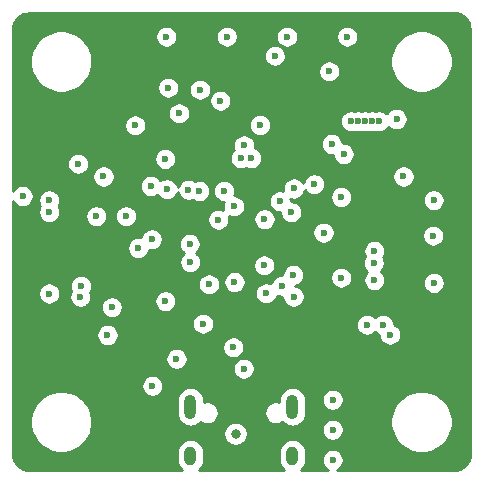
<source format=gbr>
%TF.GenerationSoftware,KiCad,Pcbnew,5.1.8-db9833491~87~ubuntu20.04.1*%
%TF.CreationDate,2020-11-23T17:18:25+01:00*%
%TF.ProjectId,rosalyn-fc,726f7361-6c79-46e2-9d66-632e6b696361,v0.1*%
%TF.SameCoordinates,Original*%
%TF.FileFunction,Copper,L3,Inr*%
%TF.FilePolarity,Positive*%
%FSLAX46Y46*%
G04 Gerber Fmt 4.6, Leading zero omitted, Abs format (unit mm)*
G04 Created by KiCad (PCBNEW 5.1.8-db9833491~87~ubuntu20.04.1) date 2020-11-23 17:18:25*
%MOMM*%
%LPD*%
G01*
G04 APERTURE LIST*
%TA.AperFunction,ComponentPad*%
%ADD10O,1.000000X2.100000*%
%TD*%
%TA.AperFunction,ComponentPad*%
%ADD11O,1.000000X1.600000*%
%TD*%
%TA.AperFunction,ViaPad*%
%ADD12C,0.800000*%
%TD*%
%TA.AperFunction,ViaPad*%
%ADD13C,0.600000*%
%TD*%
%TA.AperFunction,Conductor*%
%ADD14C,0.254000*%
%TD*%
%TA.AperFunction,Conductor*%
%ADD15C,0.100000*%
%TD*%
G04 APERTURE END LIST*
D10*
%TO.N,GND*%
%TO.C,J1*%
X145680000Y-113970000D03*
X154320000Y-113970000D03*
D11*
X154320000Y-118150000D03*
X145680000Y-118150000D03*
%TD*%
D12*
%TO.N,GND*%
X149510000Y-116270000D03*
D13*
X146490000Y-87130000D03*
X163720000Y-94490000D03*
X139030000Y-105560000D03*
X160468000Y-89809998D03*
X153234990Y-96591657D03*
X153430000Y-103750000D03*
X158450000Y-103060000D03*
X152080000Y-104380000D03*
X145620000Y-100190000D03*
X148050000Y-98139998D03*
X136170000Y-93420000D03*
X148210000Y-88060004D03*
X166230002Y-99500000D03*
X150215707Y-91860000D03*
X151570000Y-90130000D03*
X157640000Y-91730000D03*
X163130000Y-89620000D03*
X152830000Y-84270000D03*
X145510000Y-95620000D03*
X146750000Y-106950000D03*
X143560000Y-105049996D03*
X138660000Y-107910000D03*
X144500000Y-109920000D03*
X137710000Y-97849998D03*
X143690000Y-95570000D03*
X143540006Y-93000000D03*
X161064000Y-89810000D03*
X159864000Y-89810000D03*
X159274000Y-89810000D03*
X161664000Y-89810000D03*
X158450000Y-96230000D03*
X157430000Y-85590002D03*
X158650511Y-92589493D03*
X154410000Y-104660002D03*
X153860000Y-82650000D03*
X157720000Y-118480000D03*
X166280000Y-96500008D03*
X156160000Y-95140000D03*
X166290000Y-103500000D03*
X151950000Y-98100000D03*
X133730000Y-104400000D03*
X131480000Y-96150000D03*
X144710000Y-89150002D03*
X133730000Y-96499998D03*
%TO.N,Net-(C1-Pad2)*%
X154405002Y-102815002D03*
%TO.N,+5V*%
X133730002Y-97500000D03*
X158950000Y-82650000D03*
X157720000Y-115930000D03*
X142460000Y-112210000D03*
%TO.N,usart1_tx*%
X150180000Y-110760000D03*
%TO.N,usart1_rx*%
X149310000Y-108960000D03*
%TO.N,m4*%
X161210000Y-101810000D03*
%TO.N,m3*%
X161250000Y-100780000D03*
%TO.N,m2*%
X162000000Y-107050000D03*
%TO.N,m1*%
X162580000Y-107870000D03*
%TO.N,current_adc*%
X154432000Y-95504000D03*
%TO.N,uart6_rxtx*%
X160609998Y-107050000D03*
%TO.N,swclk*%
X136419984Y-103766085D03*
%TO.N,swdio*%
X136360000Y-104670000D03*
%TO.N,m5*%
X146439963Y-95721185D03*
%TO.N,m6*%
X143650000Y-82650000D03*
%TO.N,ppm*%
X148530000Y-95710000D03*
%TO.N,camera*%
X142320000Y-95300000D03*
X148760000Y-82650000D03*
X143803051Y-86966949D03*
%TO.N,rssi_adc*%
X150840717Y-92927909D03*
%TO.N,led*%
X157720000Y-113390000D03*
%TO.N,boot0*%
X138320000Y-94490000D03*
%TO.N,vbat_adc*%
X149940000Y-92950000D03*
%TO.N,led0*%
X161255952Y-103264048D03*
%TO.N,spi3_miso*%
X140230000Y-97850000D03*
%TO.N,spi3_sck*%
X141260000Y-100550000D03*
%TO.N,spi3_mosi*%
X142416898Y-99795010D03*
%TO.N,baro_cs*%
X145660000Y-101749998D03*
%TO.N,gyro1_cs*%
X154219999Y-97519999D03*
%TO.N,spi1_sck*%
X149375010Y-97020000D03*
%TO.N,spi1_miso*%
X149410004Y-103430000D03*
%TO.N,spi1_mosi*%
X156950000Y-99250000D03*
%TO.N,gyro1_exti*%
X151930000Y-102020000D03*
%TO.N,flash_cs*%
X147260000Y-103630000D03*
%TO.N,+3V3*%
X153720000Y-91860000D03*
X142470000Y-105560000D03*
X158460000Y-104600000D03*
X154180000Y-100520000D03*
X146460000Y-98130000D03*
X145120000Y-105050000D03*
X138700000Y-111810000D03*
X138980001Y-97849999D03*
X142068051Y-98541949D03*
X145079998Y-93000000D03*
X158440000Y-97780000D03*
X156410000Y-82650000D03*
%TO.N,Net-(Q1-Pad2)*%
X140999998Y-90160000D03*
%TD*%
D14*
%TO.N,+3V3*%
X168259659Y-80688625D02*
X168509429Y-80764035D01*
X168739792Y-80886522D01*
X168941980Y-81051422D01*
X169108286Y-81252450D01*
X169232378Y-81481954D01*
X169309531Y-81731195D01*
X169340000Y-82021089D01*
X169340001Y-117967711D01*
X169311375Y-118259660D01*
X169235965Y-118509429D01*
X169113477Y-118739794D01*
X168948579Y-118941979D01*
X168747546Y-119108288D01*
X168518046Y-119232378D01*
X168268805Y-119309531D01*
X167978911Y-119340000D01*
X158087048Y-119340000D01*
X158162889Y-119308586D01*
X158316028Y-119206262D01*
X158446262Y-119076028D01*
X158548586Y-118922889D01*
X158619068Y-118752729D01*
X158655000Y-118572089D01*
X158655000Y-118387911D01*
X158619068Y-118207271D01*
X158548586Y-118037111D01*
X158446262Y-117883972D01*
X158316028Y-117753738D01*
X158162889Y-117651414D01*
X157992729Y-117580932D01*
X157812089Y-117545000D01*
X157627911Y-117545000D01*
X157447271Y-117580932D01*
X157277111Y-117651414D01*
X157123972Y-117753738D01*
X156993738Y-117883972D01*
X156891414Y-118037111D01*
X156820932Y-118207271D01*
X156785000Y-118387911D01*
X156785000Y-118572089D01*
X156820932Y-118752729D01*
X156891414Y-118922889D01*
X156993738Y-119076028D01*
X157123972Y-119206262D01*
X157277111Y-119308586D01*
X157352952Y-119340000D01*
X155024642Y-119340000D01*
X155126449Y-119256449D01*
X155268284Y-119083623D01*
X155373676Y-118886447D01*
X155438577Y-118672499D01*
X155455000Y-118505752D01*
X155455000Y-117794249D01*
X155438577Y-117627502D01*
X155373676Y-117413554D01*
X155268284Y-117216377D01*
X155126449Y-117043551D01*
X154953623Y-116901716D01*
X154756447Y-116796324D01*
X154542499Y-116731423D01*
X154320000Y-116709509D01*
X154097502Y-116731423D01*
X153883554Y-116796324D01*
X153686378Y-116901716D01*
X153513552Y-117043551D01*
X153371717Y-117216377D01*
X153266324Y-117413553D01*
X153201423Y-117627501D01*
X153185000Y-117794248D01*
X153185000Y-118505751D01*
X153201423Y-118672498D01*
X153266324Y-118886446D01*
X153371716Y-119083623D01*
X153513551Y-119256449D01*
X153615358Y-119340000D01*
X146384642Y-119340000D01*
X146486449Y-119256449D01*
X146628284Y-119083623D01*
X146733676Y-118886447D01*
X146798577Y-118672499D01*
X146815000Y-118505752D01*
X146815000Y-117794249D01*
X146798577Y-117627502D01*
X146733676Y-117413554D01*
X146628284Y-117216377D01*
X146486449Y-117043551D01*
X146313623Y-116901716D01*
X146116447Y-116796324D01*
X145902499Y-116731423D01*
X145680000Y-116709509D01*
X145457502Y-116731423D01*
X145243554Y-116796324D01*
X145046378Y-116901716D01*
X144873552Y-117043551D01*
X144731717Y-117216377D01*
X144626324Y-117413553D01*
X144561423Y-117627501D01*
X144545000Y-117794248D01*
X144545000Y-118505751D01*
X144561423Y-118672498D01*
X144626324Y-118886446D01*
X144731716Y-119083623D01*
X144873551Y-119256449D01*
X144975358Y-119340000D01*
X132032279Y-119340000D01*
X131740340Y-119311375D01*
X131490571Y-119235965D01*
X131260206Y-119113477D01*
X131058021Y-118948579D01*
X130891712Y-118747546D01*
X130767622Y-118518046D01*
X130690469Y-118268805D01*
X130660000Y-117978911D01*
X130660000Y-114990475D01*
X132115000Y-114990475D01*
X132115000Y-115509525D01*
X132216261Y-116018601D01*
X132414893Y-116498141D01*
X132703262Y-116929715D01*
X133070285Y-117296738D01*
X133501859Y-117585107D01*
X133981399Y-117783739D01*
X134490475Y-117885000D01*
X135009525Y-117885000D01*
X135518601Y-117783739D01*
X135998141Y-117585107D01*
X136429715Y-117296738D01*
X136796738Y-116929715D01*
X137085107Y-116498141D01*
X137221830Y-116168061D01*
X148475000Y-116168061D01*
X148475000Y-116371939D01*
X148514774Y-116571898D01*
X148592795Y-116760256D01*
X148706063Y-116929774D01*
X148850226Y-117073937D01*
X149019744Y-117187205D01*
X149208102Y-117265226D01*
X149408061Y-117305000D01*
X149611939Y-117305000D01*
X149811898Y-117265226D01*
X150000256Y-117187205D01*
X150169774Y-117073937D01*
X150313937Y-116929774D01*
X150427205Y-116760256D01*
X150505226Y-116571898D01*
X150545000Y-116371939D01*
X150545000Y-116168061D01*
X150505226Y-115968102D01*
X150451299Y-115837911D01*
X156785000Y-115837911D01*
X156785000Y-116022089D01*
X156820932Y-116202729D01*
X156891414Y-116372889D01*
X156993738Y-116526028D01*
X157123972Y-116656262D01*
X157277111Y-116758586D01*
X157447271Y-116829068D01*
X157627911Y-116865000D01*
X157812089Y-116865000D01*
X157992729Y-116829068D01*
X158162889Y-116758586D01*
X158316028Y-116656262D01*
X158446262Y-116526028D01*
X158548586Y-116372889D01*
X158619068Y-116202729D01*
X158655000Y-116022089D01*
X158655000Y-115837911D01*
X158619068Y-115657271D01*
X158548586Y-115487111D01*
X158446262Y-115333972D01*
X158316028Y-115203738D01*
X158162889Y-115101414D01*
X157992729Y-115030932D01*
X157812089Y-114995000D01*
X157627911Y-114995000D01*
X157447271Y-115030932D01*
X157277111Y-115101414D01*
X157123972Y-115203738D01*
X156993738Y-115333972D01*
X156891414Y-115487111D01*
X156820932Y-115657271D01*
X156785000Y-115837911D01*
X150451299Y-115837911D01*
X150427205Y-115779744D01*
X150313937Y-115610226D01*
X150169774Y-115466063D01*
X150000256Y-115352795D01*
X149811898Y-115274774D01*
X149611939Y-115235000D01*
X149408061Y-115235000D01*
X149208102Y-115274774D01*
X149019744Y-115352795D01*
X148850226Y-115466063D01*
X148706063Y-115610226D01*
X148592795Y-115779744D01*
X148514774Y-115968102D01*
X148475000Y-116168061D01*
X137221830Y-116168061D01*
X137283739Y-116018601D01*
X137385000Y-115509525D01*
X137385000Y-114990475D01*
X137283739Y-114481399D01*
X137085107Y-114001859D01*
X136796738Y-113570285D01*
X136590701Y-113364248D01*
X144545000Y-113364248D01*
X144545000Y-114575751D01*
X144561423Y-114742498D01*
X144626324Y-114956446D01*
X144731716Y-115153623D01*
X144873551Y-115326449D01*
X145046377Y-115468284D01*
X145243553Y-115573676D01*
X145457501Y-115638577D01*
X145680000Y-115660491D01*
X145902498Y-115638577D01*
X146116446Y-115573676D01*
X146313623Y-115468284D01*
X146486449Y-115326449D01*
X146533362Y-115269285D01*
X146655269Y-115350741D01*
X146829978Y-115423108D01*
X147015448Y-115460000D01*
X147204552Y-115460000D01*
X147390022Y-115423108D01*
X147564731Y-115350741D01*
X147721964Y-115245681D01*
X147855681Y-115111964D01*
X147960741Y-114954731D01*
X148033108Y-114780022D01*
X148070000Y-114594552D01*
X148070000Y-114405448D01*
X151930000Y-114405448D01*
X151930000Y-114594552D01*
X151966892Y-114780022D01*
X152039259Y-114954731D01*
X152144319Y-115111964D01*
X152278036Y-115245681D01*
X152435269Y-115350741D01*
X152609978Y-115423108D01*
X152795448Y-115460000D01*
X152984552Y-115460000D01*
X153170022Y-115423108D01*
X153344731Y-115350741D01*
X153466638Y-115269285D01*
X153513551Y-115326449D01*
X153686377Y-115468284D01*
X153883553Y-115573676D01*
X154097501Y-115638577D01*
X154320000Y-115660491D01*
X154542498Y-115638577D01*
X154756446Y-115573676D01*
X154953623Y-115468284D01*
X155126449Y-115326449D01*
X155268284Y-115153623D01*
X155355487Y-114990475D01*
X162615000Y-114990475D01*
X162615000Y-115509525D01*
X162716261Y-116018601D01*
X162914893Y-116498141D01*
X163203262Y-116929715D01*
X163570285Y-117296738D01*
X164001859Y-117585107D01*
X164481399Y-117783739D01*
X164990475Y-117885000D01*
X165509525Y-117885000D01*
X166018601Y-117783739D01*
X166498141Y-117585107D01*
X166929715Y-117296738D01*
X167296738Y-116929715D01*
X167585107Y-116498141D01*
X167783739Y-116018601D01*
X167885000Y-115509525D01*
X167885000Y-114990475D01*
X167783739Y-114481399D01*
X167585107Y-114001859D01*
X167296738Y-113570285D01*
X166929715Y-113203262D01*
X166498141Y-112914893D01*
X166018601Y-112716261D01*
X165509525Y-112615000D01*
X164990475Y-112615000D01*
X164481399Y-112716261D01*
X164001859Y-112914893D01*
X163570285Y-113203262D01*
X163203262Y-113570285D01*
X162914893Y-114001859D01*
X162716261Y-114481399D01*
X162615000Y-114990475D01*
X155355487Y-114990475D01*
X155373676Y-114956447D01*
X155438577Y-114742499D01*
X155455000Y-114575752D01*
X155455000Y-113364248D01*
X155448467Y-113297911D01*
X156785000Y-113297911D01*
X156785000Y-113482089D01*
X156820932Y-113662729D01*
X156891414Y-113832889D01*
X156993738Y-113986028D01*
X157123972Y-114116262D01*
X157277111Y-114218586D01*
X157447271Y-114289068D01*
X157627911Y-114325000D01*
X157812089Y-114325000D01*
X157992729Y-114289068D01*
X158162889Y-114218586D01*
X158316028Y-114116262D01*
X158446262Y-113986028D01*
X158548586Y-113832889D01*
X158619068Y-113662729D01*
X158655000Y-113482089D01*
X158655000Y-113297911D01*
X158619068Y-113117271D01*
X158548586Y-112947111D01*
X158446262Y-112793972D01*
X158316028Y-112663738D01*
X158162889Y-112561414D01*
X157992729Y-112490932D01*
X157812089Y-112455000D01*
X157627911Y-112455000D01*
X157447271Y-112490932D01*
X157277111Y-112561414D01*
X157123972Y-112663738D01*
X156993738Y-112793972D01*
X156891414Y-112947111D01*
X156820932Y-113117271D01*
X156785000Y-113297911D01*
X155448467Y-113297911D01*
X155438577Y-113197501D01*
X155373676Y-112983553D01*
X155268284Y-112786377D01*
X155126449Y-112613551D01*
X154953623Y-112471716D01*
X154756447Y-112366324D01*
X154542499Y-112301423D01*
X154320000Y-112279509D01*
X154097502Y-112301423D01*
X153883554Y-112366324D01*
X153686378Y-112471716D01*
X153513552Y-112613551D01*
X153371717Y-112786377D01*
X153266324Y-112983553D01*
X153201423Y-113197501D01*
X153185000Y-113364248D01*
X153185000Y-113583096D01*
X153170022Y-113576892D01*
X152984552Y-113540000D01*
X152795448Y-113540000D01*
X152609978Y-113576892D01*
X152435269Y-113649259D01*
X152278036Y-113754319D01*
X152144319Y-113888036D01*
X152039259Y-114045269D01*
X151966892Y-114219978D01*
X151930000Y-114405448D01*
X148070000Y-114405448D01*
X148033108Y-114219978D01*
X147960741Y-114045269D01*
X147855681Y-113888036D01*
X147721964Y-113754319D01*
X147564731Y-113649259D01*
X147390022Y-113576892D01*
X147204552Y-113540000D01*
X147015448Y-113540000D01*
X146829978Y-113576892D01*
X146815000Y-113583096D01*
X146815000Y-113364248D01*
X146798577Y-113197501D01*
X146733676Y-112983553D01*
X146628284Y-112786377D01*
X146486449Y-112613551D01*
X146313623Y-112471716D01*
X146116447Y-112366324D01*
X145902499Y-112301423D01*
X145680000Y-112279509D01*
X145457502Y-112301423D01*
X145243554Y-112366324D01*
X145046378Y-112471716D01*
X144873552Y-112613551D01*
X144731717Y-112786377D01*
X144626324Y-112983553D01*
X144561423Y-113197501D01*
X144545000Y-113364248D01*
X136590701Y-113364248D01*
X136429715Y-113203262D01*
X135998141Y-112914893D01*
X135518601Y-112716261D01*
X135009525Y-112615000D01*
X134490475Y-112615000D01*
X133981399Y-112716261D01*
X133501859Y-112914893D01*
X133070285Y-113203262D01*
X132703262Y-113570285D01*
X132414893Y-114001859D01*
X132216261Y-114481399D01*
X132115000Y-114990475D01*
X130660000Y-114990475D01*
X130660000Y-112117911D01*
X141525000Y-112117911D01*
X141525000Y-112302089D01*
X141560932Y-112482729D01*
X141631414Y-112652889D01*
X141733738Y-112806028D01*
X141863972Y-112936262D01*
X142017111Y-113038586D01*
X142187271Y-113109068D01*
X142367911Y-113145000D01*
X142552089Y-113145000D01*
X142732729Y-113109068D01*
X142902889Y-113038586D01*
X143056028Y-112936262D01*
X143186262Y-112806028D01*
X143288586Y-112652889D01*
X143359068Y-112482729D01*
X143395000Y-112302089D01*
X143395000Y-112117911D01*
X143359068Y-111937271D01*
X143288586Y-111767111D01*
X143186262Y-111613972D01*
X143056028Y-111483738D01*
X142902889Y-111381414D01*
X142732729Y-111310932D01*
X142552089Y-111275000D01*
X142367911Y-111275000D01*
X142187271Y-111310932D01*
X142017111Y-111381414D01*
X141863972Y-111483738D01*
X141733738Y-111613972D01*
X141631414Y-111767111D01*
X141560932Y-111937271D01*
X141525000Y-112117911D01*
X130660000Y-112117911D01*
X130660000Y-109827911D01*
X143565000Y-109827911D01*
X143565000Y-110012089D01*
X143600932Y-110192729D01*
X143671414Y-110362889D01*
X143773738Y-110516028D01*
X143903972Y-110646262D01*
X144057111Y-110748586D01*
X144227271Y-110819068D01*
X144407911Y-110855000D01*
X144592089Y-110855000D01*
X144772729Y-110819068D01*
X144942889Y-110748586D01*
X145063627Y-110667911D01*
X149245000Y-110667911D01*
X149245000Y-110852089D01*
X149280932Y-111032729D01*
X149351414Y-111202889D01*
X149453738Y-111356028D01*
X149583972Y-111486262D01*
X149737111Y-111588586D01*
X149907271Y-111659068D01*
X150087911Y-111695000D01*
X150272089Y-111695000D01*
X150452729Y-111659068D01*
X150622889Y-111588586D01*
X150776028Y-111486262D01*
X150906262Y-111356028D01*
X151008586Y-111202889D01*
X151079068Y-111032729D01*
X151115000Y-110852089D01*
X151115000Y-110667911D01*
X151079068Y-110487271D01*
X151008586Y-110317111D01*
X150906262Y-110163972D01*
X150776028Y-110033738D01*
X150622889Y-109931414D01*
X150452729Y-109860932D01*
X150272089Y-109825000D01*
X150087911Y-109825000D01*
X149907271Y-109860932D01*
X149737111Y-109931414D01*
X149583972Y-110033738D01*
X149453738Y-110163972D01*
X149351414Y-110317111D01*
X149280932Y-110487271D01*
X149245000Y-110667911D01*
X145063627Y-110667911D01*
X145096028Y-110646262D01*
X145226262Y-110516028D01*
X145328586Y-110362889D01*
X145399068Y-110192729D01*
X145435000Y-110012089D01*
X145435000Y-109827911D01*
X145399068Y-109647271D01*
X145328586Y-109477111D01*
X145226262Y-109323972D01*
X145096028Y-109193738D01*
X144942889Y-109091414D01*
X144772729Y-109020932D01*
X144592089Y-108985000D01*
X144407911Y-108985000D01*
X144227271Y-109020932D01*
X144057111Y-109091414D01*
X143903972Y-109193738D01*
X143773738Y-109323972D01*
X143671414Y-109477111D01*
X143600932Y-109647271D01*
X143565000Y-109827911D01*
X130660000Y-109827911D01*
X130660000Y-108867911D01*
X148375000Y-108867911D01*
X148375000Y-109052089D01*
X148410932Y-109232729D01*
X148481414Y-109402889D01*
X148583738Y-109556028D01*
X148713972Y-109686262D01*
X148867111Y-109788586D01*
X149037271Y-109859068D01*
X149217911Y-109895000D01*
X149402089Y-109895000D01*
X149582729Y-109859068D01*
X149752889Y-109788586D01*
X149906028Y-109686262D01*
X150036262Y-109556028D01*
X150138586Y-109402889D01*
X150209068Y-109232729D01*
X150245000Y-109052089D01*
X150245000Y-108867911D01*
X150209068Y-108687271D01*
X150138586Y-108517111D01*
X150036262Y-108363972D01*
X149906028Y-108233738D01*
X149752889Y-108131414D01*
X149582729Y-108060932D01*
X149402089Y-108025000D01*
X149217911Y-108025000D01*
X149037271Y-108060932D01*
X148867111Y-108131414D01*
X148713972Y-108233738D01*
X148583738Y-108363972D01*
X148481414Y-108517111D01*
X148410932Y-108687271D01*
X148375000Y-108867911D01*
X130660000Y-108867911D01*
X130660000Y-107817911D01*
X137725000Y-107817911D01*
X137725000Y-108002089D01*
X137760932Y-108182729D01*
X137831414Y-108352889D01*
X137933738Y-108506028D01*
X138063972Y-108636262D01*
X138217111Y-108738586D01*
X138387271Y-108809068D01*
X138567911Y-108845000D01*
X138752089Y-108845000D01*
X138932729Y-108809068D01*
X139102889Y-108738586D01*
X139256028Y-108636262D01*
X139386262Y-108506028D01*
X139488586Y-108352889D01*
X139559068Y-108182729D01*
X139595000Y-108002089D01*
X139595000Y-107817911D01*
X139559068Y-107637271D01*
X139488586Y-107467111D01*
X139386262Y-107313972D01*
X139256028Y-107183738D01*
X139102889Y-107081414D01*
X138932729Y-107010932D01*
X138752089Y-106975000D01*
X138567911Y-106975000D01*
X138387271Y-107010932D01*
X138217111Y-107081414D01*
X138063972Y-107183738D01*
X137933738Y-107313972D01*
X137831414Y-107467111D01*
X137760932Y-107637271D01*
X137725000Y-107817911D01*
X130660000Y-107817911D01*
X130660000Y-106857911D01*
X145815000Y-106857911D01*
X145815000Y-107042089D01*
X145850932Y-107222729D01*
X145921414Y-107392889D01*
X146023738Y-107546028D01*
X146153972Y-107676262D01*
X146307111Y-107778586D01*
X146477271Y-107849068D01*
X146657911Y-107885000D01*
X146842089Y-107885000D01*
X147022729Y-107849068D01*
X147192889Y-107778586D01*
X147346028Y-107676262D01*
X147476262Y-107546028D01*
X147578586Y-107392889D01*
X147649068Y-107222729D01*
X147685000Y-107042089D01*
X147685000Y-106957911D01*
X159674998Y-106957911D01*
X159674998Y-107142089D01*
X159710930Y-107322729D01*
X159781412Y-107492889D01*
X159883736Y-107646028D01*
X160013970Y-107776262D01*
X160167109Y-107878586D01*
X160337269Y-107949068D01*
X160517909Y-107985000D01*
X160702087Y-107985000D01*
X160882727Y-107949068D01*
X161052887Y-107878586D01*
X161206026Y-107776262D01*
X161304999Y-107677289D01*
X161403972Y-107776262D01*
X161557111Y-107878586D01*
X161645000Y-107914991D01*
X161645000Y-107962089D01*
X161680932Y-108142729D01*
X161751414Y-108312889D01*
X161853738Y-108466028D01*
X161983972Y-108596262D01*
X162137111Y-108698586D01*
X162307271Y-108769068D01*
X162487911Y-108805000D01*
X162672089Y-108805000D01*
X162852729Y-108769068D01*
X163022889Y-108698586D01*
X163176028Y-108596262D01*
X163306262Y-108466028D01*
X163408586Y-108312889D01*
X163479068Y-108142729D01*
X163515000Y-107962089D01*
X163515000Y-107777911D01*
X163479068Y-107597271D01*
X163408586Y-107427111D01*
X163306262Y-107273972D01*
X163176028Y-107143738D01*
X163022889Y-107041414D01*
X162935000Y-107005009D01*
X162935000Y-106957911D01*
X162899068Y-106777271D01*
X162828586Y-106607111D01*
X162726262Y-106453972D01*
X162596028Y-106323738D01*
X162442889Y-106221414D01*
X162272729Y-106150932D01*
X162092089Y-106115000D01*
X161907911Y-106115000D01*
X161727271Y-106150932D01*
X161557111Y-106221414D01*
X161403972Y-106323738D01*
X161304999Y-106422711D01*
X161206026Y-106323738D01*
X161052887Y-106221414D01*
X160882727Y-106150932D01*
X160702087Y-106115000D01*
X160517909Y-106115000D01*
X160337269Y-106150932D01*
X160167109Y-106221414D01*
X160013970Y-106323738D01*
X159883736Y-106453972D01*
X159781412Y-106607111D01*
X159710930Y-106777271D01*
X159674998Y-106957911D01*
X147685000Y-106957911D01*
X147685000Y-106857911D01*
X147649068Y-106677271D01*
X147578586Y-106507111D01*
X147476262Y-106353972D01*
X147346028Y-106223738D01*
X147192889Y-106121414D01*
X147022729Y-106050932D01*
X146842089Y-106015000D01*
X146657911Y-106015000D01*
X146477271Y-106050932D01*
X146307111Y-106121414D01*
X146153972Y-106223738D01*
X146023738Y-106353972D01*
X145921414Y-106507111D01*
X145850932Y-106677271D01*
X145815000Y-106857911D01*
X130660000Y-106857911D01*
X130660000Y-104307911D01*
X132795000Y-104307911D01*
X132795000Y-104492089D01*
X132830932Y-104672729D01*
X132901414Y-104842889D01*
X133003738Y-104996028D01*
X133133972Y-105126262D01*
X133287111Y-105228586D01*
X133457271Y-105299068D01*
X133637911Y-105335000D01*
X133822089Y-105335000D01*
X134002729Y-105299068D01*
X134172889Y-105228586D01*
X134326028Y-105126262D01*
X134456262Y-104996028D01*
X134558586Y-104842889D01*
X134629068Y-104672729D01*
X134647928Y-104577911D01*
X135425000Y-104577911D01*
X135425000Y-104762089D01*
X135460932Y-104942729D01*
X135531414Y-105112889D01*
X135633738Y-105266028D01*
X135763972Y-105396262D01*
X135917111Y-105498586D01*
X136087271Y-105569068D01*
X136267911Y-105605000D01*
X136452089Y-105605000D01*
X136632729Y-105569068D01*
X136802889Y-105498586D01*
X136848797Y-105467911D01*
X138095000Y-105467911D01*
X138095000Y-105652089D01*
X138130932Y-105832729D01*
X138201414Y-106002889D01*
X138303738Y-106156028D01*
X138433972Y-106286262D01*
X138587111Y-106388586D01*
X138757271Y-106459068D01*
X138937911Y-106495000D01*
X139122089Y-106495000D01*
X139302729Y-106459068D01*
X139472889Y-106388586D01*
X139626028Y-106286262D01*
X139756262Y-106156028D01*
X139858586Y-106002889D01*
X139929068Y-105832729D01*
X139965000Y-105652089D01*
X139965000Y-105467911D01*
X139929068Y-105287271D01*
X139858586Y-105117111D01*
X139756262Y-104963972D01*
X139750197Y-104957907D01*
X142625000Y-104957907D01*
X142625000Y-105142085D01*
X142660932Y-105322725D01*
X142731414Y-105492885D01*
X142833738Y-105646024D01*
X142963972Y-105776258D01*
X143117111Y-105878582D01*
X143287271Y-105949064D01*
X143467911Y-105984996D01*
X143652089Y-105984996D01*
X143832729Y-105949064D01*
X144002889Y-105878582D01*
X144156028Y-105776258D01*
X144286262Y-105646024D01*
X144388586Y-105492885D01*
X144459068Y-105322725D01*
X144495000Y-105142085D01*
X144495000Y-104957907D01*
X144459068Y-104777267D01*
X144388586Y-104607107D01*
X144286262Y-104453968D01*
X144156028Y-104323734D01*
X144002889Y-104221410D01*
X143832729Y-104150928D01*
X143652089Y-104114996D01*
X143467911Y-104114996D01*
X143287271Y-104150928D01*
X143117111Y-104221410D01*
X142963972Y-104323734D01*
X142833738Y-104453968D01*
X142731414Y-104607107D01*
X142660932Y-104777267D01*
X142625000Y-104957907D01*
X139750197Y-104957907D01*
X139626028Y-104833738D01*
X139472889Y-104731414D01*
X139302729Y-104660932D01*
X139122089Y-104625000D01*
X138937911Y-104625000D01*
X138757271Y-104660932D01*
X138587111Y-104731414D01*
X138433972Y-104833738D01*
X138303738Y-104963972D01*
X138201414Y-105117111D01*
X138130932Y-105287271D01*
X138095000Y-105467911D01*
X136848797Y-105467911D01*
X136956028Y-105396262D01*
X137086262Y-105266028D01*
X137188586Y-105112889D01*
X137259068Y-104942729D01*
X137295000Y-104762089D01*
X137295000Y-104577911D01*
X137259068Y-104397271D01*
X137206903Y-104271333D01*
X137248570Y-104208974D01*
X137319052Y-104038814D01*
X137354984Y-103858174D01*
X137354984Y-103673996D01*
X137327915Y-103537911D01*
X146325000Y-103537911D01*
X146325000Y-103722089D01*
X146360932Y-103902729D01*
X146431414Y-104072889D01*
X146533738Y-104226028D01*
X146663972Y-104356262D01*
X146817111Y-104458586D01*
X146987271Y-104529068D01*
X147167911Y-104565000D01*
X147352089Y-104565000D01*
X147532729Y-104529068D01*
X147702889Y-104458586D01*
X147856028Y-104356262D01*
X147986262Y-104226028D01*
X148088586Y-104072889D01*
X148159068Y-103902729D01*
X148195000Y-103722089D01*
X148195000Y-103537911D01*
X148159068Y-103357271D01*
X148151049Y-103337911D01*
X148475004Y-103337911D01*
X148475004Y-103522089D01*
X148510936Y-103702729D01*
X148581418Y-103872889D01*
X148683742Y-104026028D01*
X148813976Y-104156262D01*
X148967115Y-104258586D01*
X149137275Y-104329068D01*
X149317915Y-104365000D01*
X149502093Y-104365000D01*
X149682733Y-104329068D01*
X149782095Y-104287911D01*
X151145000Y-104287911D01*
X151145000Y-104472089D01*
X151180932Y-104652729D01*
X151251414Y-104822889D01*
X151353738Y-104976028D01*
X151483972Y-105106262D01*
X151637111Y-105208586D01*
X151807271Y-105279068D01*
X151987911Y-105315000D01*
X152172089Y-105315000D01*
X152352729Y-105279068D01*
X152522889Y-105208586D01*
X152676028Y-105106262D01*
X152806262Y-104976028D01*
X152908586Y-104822889D01*
X152979068Y-104652729D01*
X152993306Y-104581152D01*
X153157271Y-104649068D01*
X153337911Y-104685000D01*
X153475000Y-104685000D01*
X153475000Y-104752091D01*
X153510932Y-104932731D01*
X153581414Y-105102891D01*
X153683738Y-105256030D01*
X153813972Y-105386264D01*
X153967111Y-105488588D01*
X154137271Y-105559070D01*
X154317911Y-105595002D01*
X154502089Y-105595002D01*
X154682729Y-105559070D01*
X154852889Y-105488588D01*
X155006028Y-105386264D01*
X155136262Y-105256030D01*
X155238586Y-105102891D01*
X155309068Y-104932731D01*
X155345000Y-104752091D01*
X155345000Y-104567913D01*
X155309068Y-104387273D01*
X155238586Y-104217113D01*
X155136262Y-104063974D01*
X155006028Y-103933740D01*
X154852889Y-103831416D01*
X154682729Y-103760934D01*
X154562431Y-103737005D01*
X154677731Y-103714070D01*
X154847891Y-103643588D01*
X155001030Y-103541264D01*
X155131264Y-103411030D01*
X155233588Y-103257891D01*
X155304070Y-103087731D01*
X155327903Y-102967911D01*
X157515000Y-102967911D01*
X157515000Y-103152089D01*
X157550932Y-103332729D01*
X157621414Y-103502889D01*
X157723738Y-103656028D01*
X157853972Y-103786262D01*
X158007111Y-103888586D01*
X158177271Y-103959068D01*
X158357911Y-103995000D01*
X158542089Y-103995000D01*
X158722729Y-103959068D01*
X158892889Y-103888586D01*
X159046028Y-103786262D01*
X159176262Y-103656028D01*
X159278586Y-103502889D01*
X159349068Y-103332729D01*
X159385000Y-103152089D01*
X159385000Y-102967911D01*
X159349068Y-102787271D01*
X159278586Y-102617111D01*
X159176262Y-102463972D01*
X159046028Y-102333738D01*
X158892889Y-102231414D01*
X158722729Y-102160932D01*
X158542089Y-102125000D01*
X158357911Y-102125000D01*
X158177271Y-102160932D01*
X158007111Y-102231414D01*
X157853972Y-102333738D01*
X157723738Y-102463972D01*
X157621414Y-102617111D01*
X157550932Y-102787271D01*
X157515000Y-102967911D01*
X155327903Y-102967911D01*
X155340002Y-102907091D01*
X155340002Y-102722913D01*
X155304070Y-102542273D01*
X155233588Y-102372113D01*
X155131264Y-102218974D01*
X155001030Y-102088740D01*
X154847891Y-101986416D01*
X154677731Y-101915934D01*
X154497091Y-101880002D01*
X154312913Y-101880002D01*
X154132273Y-101915934D01*
X153962113Y-101986416D01*
X153808974Y-102088740D01*
X153678740Y-102218974D01*
X153576416Y-102372113D01*
X153505934Y-102542273D01*
X153470002Y-102722913D01*
X153470002Y-102815000D01*
X153337911Y-102815000D01*
X153157271Y-102850932D01*
X152987111Y-102921414D01*
X152833972Y-103023738D01*
X152703738Y-103153972D01*
X152601414Y-103307111D01*
X152530932Y-103477271D01*
X152516694Y-103548848D01*
X152352729Y-103480932D01*
X152172089Y-103445000D01*
X151987911Y-103445000D01*
X151807271Y-103480932D01*
X151637111Y-103551414D01*
X151483972Y-103653738D01*
X151353738Y-103783972D01*
X151251414Y-103937111D01*
X151180932Y-104107271D01*
X151145000Y-104287911D01*
X149782095Y-104287911D01*
X149852893Y-104258586D01*
X150006032Y-104156262D01*
X150136266Y-104026028D01*
X150238590Y-103872889D01*
X150309072Y-103702729D01*
X150345004Y-103522089D01*
X150345004Y-103337911D01*
X150309072Y-103157271D01*
X150238590Y-102987111D01*
X150136266Y-102833972D01*
X150006032Y-102703738D01*
X149852893Y-102601414D01*
X149682733Y-102530932D01*
X149502093Y-102495000D01*
X149317915Y-102495000D01*
X149137275Y-102530932D01*
X148967115Y-102601414D01*
X148813976Y-102703738D01*
X148683742Y-102833972D01*
X148581418Y-102987111D01*
X148510936Y-103157271D01*
X148475004Y-103337911D01*
X148151049Y-103337911D01*
X148088586Y-103187111D01*
X147986262Y-103033972D01*
X147856028Y-102903738D01*
X147702889Y-102801414D01*
X147532729Y-102730932D01*
X147352089Y-102695000D01*
X147167911Y-102695000D01*
X146987271Y-102730932D01*
X146817111Y-102801414D01*
X146663972Y-102903738D01*
X146533738Y-103033972D01*
X146431414Y-103187111D01*
X146360932Y-103357271D01*
X146325000Y-103537911D01*
X137327915Y-103537911D01*
X137319052Y-103493356D01*
X137248570Y-103323196D01*
X137146246Y-103170057D01*
X137016012Y-103039823D01*
X136862873Y-102937499D01*
X136692713Y-102867017D01*
X136512073Y-102831085D01*
X136327895Y-102831085D01*
X136147255Y-102867017D01*
X135977095Y-102937499D01*
X135823956Y-103039823D01*
X135693722Y-103170057D01*
X135591398Y-103323196D01*
X135520916Y-103493356D01*
X135484984Y-103673996D01*
X135484984Y-103858174D01*
X135520916Y-104038814D01*
X135573081Y-104164752D01*
X135531414Y-104227111D01*
X135460932Y-104397271D01*
X135425000Y-104577911D01*
X134647928Y-104577911D01*
X134665000Y-104492089D01*
X134665000Y-104307911D01*
X134629068Y-104127271D01*
X134558586Y-103957111D01*
X134456262Y-103803972D01*
X134326028Y-103673738D01*
X134172889Y-103571414D01*
X134002729Y-103500932D01*
X133822089Y-103465000D01*
X133637911Y-103465000D01*
X133457271Y-103500932D01*
X133287111Y-103571414D01*
X133133972Y-103673738D01*
X133003738Y-103803972D01*
X132901414Y-103957111D01*
X132830932Y-104127271D01*
X132795000Y-104307911D01*
X130660000Y-104307911D01*
X130660000Y-100457911D01*
X140325000Y-100457911D01*
X140325000Y-100642089D01*
X140360932Y-100822729D01*
X140431414Y-100992889D01*
X140533738Y-101146028D01*
X140663972Y-101276262D01*
X140817111Y-101378586D01*
X140987271Y-101449068D01*
X141167911Y-101485000D01*
X141352089Y-101485000D01*
X141532729Y-101449068D01*
X141702889Y-101378586D01*
X141856028Y-101276262D01*
X141986262Y-101146028D01*
X142088586Y-100992889D01*
X142159068Y-100822729D01*
X142183118Y-100701825D01*
X142324809Y-100730010D01*
X142508987Y-100730010D01*
X142689627Y-100694078D01*
X142859787Y-100623596D01*
X143012926Y-100521272D01*
X143143160Y-100391038D01*
X143245484Y-100237899D01*
X143303468Y-100097911D01*
X144685000Y-100097911D01*
X144685000Y-100282089D01*
X144720932Y-100462729D01*
X144791414Y-100632889D01*
X144893738Y-100786028D01*
X145023972Y-100916262D01*
X145124395Y-100983363D01*
X145063972Y-101023736D01*
X144933738Y-101153970D01*
X144831414Y-101307109D01*
X144760932Y-101477269D01*
X144725000Y-101657909D01*
X144725000Y-101842087D01*
X144760932Y-102022727D01*
X144831414Y-102192887D01*
X144933738Y-102346026D01*
X145063972Y-102476260D01*
X145217111Y-102578584D01*
X145387271Y-102649066D01*
X145567911Y-102684998D01*
X145752089Y-102684998D01*
X145932729Y-102649066D01*
X146102889Y-102578584D01*
X146256028Y-102476260D01*
X146386262Y-102346026D01*
X146488586Y-102192887D01*
X146559068Y-102022727D01*
X146577928Y-101927911D01*
X150995000Y-101927911D01*
X150995000Y-102112089D01*
X151030932Y-102292729D01*
X151101414Y-102462889D01*
X151203738Y-102616028D01*
X151333972Y-102746262D01*
X151487111Y-102848586D01*
X151657271Y-102919068D01*
X151837911Y-102955000D01*
X152022089Y-102955000D01*
X152202729Y-102919068D01*
X152372889Y-102848586D01*
X152526028Y-102746262D01*
X152656262Y-102616028D01*
X152758586Y-102462889D01*
X152829068Y-102292729D01*
X152865000Y-102112089D01*
X152865000Y-101927911D01*
X152829068Y-101747271D01*
X152816907Y-101717911D01*
X160275000Y-101717911D01*
X160275000Y-101902089D01*
X160310932Y-102082729D01*
X160381414Y-102252889D01*
X160483738Y-102406028D01*
X160613972Y-102536262D01*
X160642432Y-102555278D01*
X160529690Y-102668020D01*
X160427366Y-102821159D01*
X160356884Y-102991319D01*
X160320952Y-103171959D01*
X160320952Y-103356137D01*
X160356884Y-103536777D01*
X160427366Y-103706937D01*
X160529690Y-103860076D01*
X160659924Y-103990310D01*
X160813063Y-104092634D01*
X160983223Y-104163116D01*
X161163863Y-104199048D01*
X161348041Y-104199048D01*
X161528681Y-104163116D01*
X161698841Y-104092634D01*
X161851980Y-103990310D01*
X161982214Y-103860076D01*
X162084538Y-103706937D01*
X162155020Y-103536777D01*
X162180653Y-103407911D01*
X165355000Y-103407911D01*
X165355000Y-103592089D01*
X165390932Y-103772729D01*
X165461414Y-103942889D01*
X165563738Y-104096028D01*
X165693972Y-104226262D01*
X165847111Y-104328586D01*
X166017271Y-104399068D01*
X166197911Y-104435000D01*
X166382089Y-104435000D01*
X166562729Y-104399068D01*
X166732889Y-104328586D01*
X166886028Y-104226262D01*
X167016262Y-104096028D01*
X167118586Y-103942889D01*
X167189068Y-103772729D01*
X167225000Y-103592089D01*
X167225000Y-103407911D01*
X167189068Y-103227271D01*
X167118586Y-103057111D01*
X167016262Y-102903972D01*
X166886028Y-102773738D01*
X166732889Y-102671414D01*
X166562729Y-102600932D01*
X166382089Y-102565000D01*
X166197911Y-102565000D01*
X166017271Y-102600932D01*
X165847111Y-102671414D01*
X165693972Y-102773738D01*
X165563738Y-102903972D01*
X165461414Y-103057111D01*
X165390932Y-103227271D01*
X165355000Y-103407911D01*
X162180653Y-103407911D01*
X162190952Y-103356137D01*
X162190952Y-103171959D01*
X162155020Y-102991319D01*
X162084538Y-102821159D01*
X161982214Y-102668020D01*
X161851980Y-102537786D01*
X161823520Y-102518770D01*
X161936262Y-102406028D01*
X162038586Y-102252889D01*
X162109068Y-102082729D01*
X162145000Y-101902089D01*
X162145000Y-101717911D01*
X162109068Y-101537271D01*
X162038586Y-101367111D01*
X162010403Y-101324932D01*
X162078586Y-101222889D01*
X162149068Y-101052729D01*
X162185000Y-100872089D01*
X162185000Y-100687911D01*
X162149068Y-100507271D01*
X162078586Y-100337111D01*
X161976262Y-100183972D01*
X161846028Y-100053738D01*
X161692889Y-99951414D01*
X161522729Y-99880932D01*
X161342089Y-99845000D01*
X161157911Y-99845000D01*
X160977271Y-99880932D01*
X160807111Y-99951414D01*
X160653972Y-100053738D01*
X160523738Y-100183972D01*
X160421414Y-100337111D01*
X160350932Y-100507271D01*
X160315000Y-100687911D01*
X160315000Y-100872089D01*
X160350932Y-101052729D01*
X160421414Y-101222889D01*
X160449597Y-101265068D01*
X160381414Y-101367111D01*
X160310932Y-101537271D01*
X160275000Y-101717911D01*
X152816907Y-101717911D01*
X152758586Y-101577111D01*
X152656262Y-101423972D01*
X152526028Y-101293738D01*
X152372889Y-101191414D01*
X152202729Y-101120932D01*
X152022089Y-101085000D01*
X151837911Y-101085000D01*
X151657271Y-101120932D01*
X151487111Y-101191414D01*
X151333972Y-101293738D01*
X151203738Y-101423972D01*
X151101414Y-101577111D01*
X151030932Y-101747271D01*
X150995000Y-101927911D01*
X146577928Y-101927911D01*
X146595000Y-101842087D01*
X146595000Y-101657909D01*
X146559068Y-101477269D01*
X146488586Y-101307109D01*
X146386262Y-101153970D01*
X146256028Y-101023736D01*
X146155605Y-100956635D01*
X146216028Y-100916262D01*
X146346262Y-100786028D01*
X146448586Y-100632889D01*
X146519068Y-100462729D01*
X146555000Y-100282089D01*
X146555000Y-100097911D01*
X146519068Y-99917271D01*
X146448586Y-99747111D01*
X146346262Y-99593972D01*
X146216028Y-99463738D01*
X146062889Y-99361414D01*
X145892729Y-99290932D01*
X145712089Y-99255000D01*
X145527911Y-99255000D01*
X145347271Y-99290932D01*
X145177111Y-99361414D01*
X145023972Y-99463738D01*
X144893738Y-99593972D01*
X144791414Y-99747111D01*
X144720932Y-99917271D01*
X144685000Y-100097911D01*
X143303468Y-100097911D01*
X143315966Y-100067739D01*
X143351898Y-99887099D01*
X143351898Y-99702921D01*
X143315966Y-99522281D01*
X143245484Y-99352121D01*
X143143160Y-99198982D01*
X143102089Y-99157911D01*
X156015000Y-99157911D01*
X156015000Y-99342089D01*
X156050932Y-99522729D01*
X156121414Y-99692889D01*
X156223738Y-99846028D01*
X156353972Y-99976262D01*
X156507111Y-100078586D01*
X156677271Y-100149068D01*
X156857911Y-100185000D01*
X157042089Y-100185000D01*
X157222729Y-100149068D01*
X157392889Y-100078586D01*
X157546028Y-99976262D01*
X157676262Y-99846028D01*
X157778586Y-99692889D01*
X157849068Y-99522729D01*
X157871907Y-99407911D01*
X165295002Y-99407911D01*
X165295002Y-99592089D01*
X165330934Y-99772729D01*
X165401416Y-99942889D01*
X165503740Y-100096028D01*
X165633974Y-100226262D01*
X165787113Y-100328586D01*
X165957273Y-100399068D01*
X166137913Y-100435000D01*
X166322091Y-100435000D01*
X166502731Y-100399068D01*
X166672891Y-100328586D01*
X166826030Y-100226262D01*
X166956264Y-100096028D01*
X167058588Y-99942889D01*
X167129070Y-99772729D01*
X167165002Y-99592089D01*
X167165002Y-99407911D01*
X167129070Y-99227271D01*
X167058588Y-99057111D01*
X166956264Y-98903972D01*
X166826030Y-98773738D01*
X166672891Y-98671414D01*
X166502731Y-98600932D01*
X166322091Y-98565000D01*
X166137913Y-98565000D01*
X165957273Y-98600932D01*
X165787113Y-98671414D01*
X165633974Y-98773738D01*
X165503740Y-98903972D01*
X165401416Y-99057111D01*
X165330934Y-99227271D01*
X165295002Y-99407911D01*
X157871907Y-99407911D01*
X157885000Y-99342089D01*
X157885000Y-99157911D01*
X157849068Y-98977271D01*
X157778586Y-98807111D01*
X157676262Y-98653972D01*
X157546028Y-98523738D01*
X157392889Y-98421414D01*
X157222729Y-98350932D01*
X157042089Y-98315000D01*
X156857911Y-98315000D01*
X156677271Y-98350932D01*
X156507111Y-98421414D01*
X156353972Y-98523738D01*
X156223738Y-98653972D01*
X156121414Y-98807111D01*
X156050932Y-98977271D01*
X156015000Y-99157911D01*
X143102089Y-99157911D01*
X143012926Y-99068748D01*
X142859787Y-98966424D01*
X142689627Y-98895942D01*
X142508987Y-98860010D01*
X142324809Y-98860010D01*
X142144169Y-98895942D01*
X141974009Y-98966424D01*
X141820870Y-99068748D01*
X141690636Y-99198982D01*
X141588312Y-99352121D01*
X141517830Y-99522281D01*
X141493780Y-99643185D01*
X141352089Y-99615000D01*
X141167911Y-99615000D01*
X140987271Y-99650932D01*
X140817111Y-99721414D01*
X140663972Y-99823738D01*
X140533738Y-99953972D01*
X140431414Y-100107111D01*
X140360932Y-100277271D01*
X140325000Y-100457911D01*
X130660000Y-100457911D01*
X130660000Y-96605739D01*
X130753738Y-96746028D01*
X130883972Y-96876262D01*
X131037111Y-96978586D01*
X131207271Y-97049068D01*
X131387911Y-97085000D01*
X131572089Y-97085000D01*
X131752729Y-97049068D01*
X131922889Y-96978586D01*
X132076028Y-96876262D01*
X132206262Y-96746028D01*
X132308586Y-96592889D01*
X132379068Y-96422729D01*
X132382015Y-96407909D01*
X132795000Y-96407909D01*
X132795000Y-96592087D01*
X132830932Y-96772727D01*
X132901414Y-96942887D01*
X132939576Y-97000000D01*
X132901416Y-97057111D01*
X132830934Y-97227271D01*
X132795002Y-97407911D01*
X132795002Y-97592089D01*
X132830934Y-97772729D01*
X132901416Y-97942889D01*
X133003740Y-98096028D01*
X133133974Y-98226262D01*
X133287113Y-98328586D01*
X133457273Y-98399068D01*
X133637913Y-98435000D01*
X133822091Y-98435000D01*
X134002731Y-98399068D01*
X134172891Y-98328586D01*
X134326030Y-98226262D01*
X134456264Y-98096028D01*
X134558588Y-97942889D01*
X134629070Y-97772729D01*
X134632017Y-97757909D01*
X136775000Y-97757909D01*
X136775000Y-97942087D01*
X136810932Y-98122727D01*
X136881414Y-98292887D01*
X136983738Y-98446026D01*
X137113972Y-98576260D01*
X137267111Y-98678584D01*
X137437271Y-98749066D01*
X137617911Y-98784998D01*
X137802089Y-98784998D01*
X137982729Y-98749066D01*
X138152889Y-98678584D01*
X138306028Y-98576260D01*
X138436262Y-98446026D01*
X138538586Y-98292887D01*
X138609068Y-98122727D01*
X138645000Y-97942087D01*
X138645000Y-97757911D01*
X139295000Y-97757911D01*
X139295000Y-97942089D01*
X139330932Y-98122729D01*
X139401414Y-98292889D01*
X139503738Y-98446028D01*
X139633972Y-98576262D01*
X139787111Y-98678586D01*
X139957271Y-98749068D01*
X140137911Y-98785000D01*
X140322089Y-98785000D01*
X140502729Y-98749068D01*
X140672889Y-98678586D01*
X140826028Y-98576262D01*
X140956262Y-98446028D01*
X141058586Y-98292889D01*
X141129068Y-98122729D01*
X141143950Y-98047909D01*
X147115000Y-98047909D01*
X147115000Y-98232087D01*
X147150932Y-98412727D01*
X147221414Y-98582887D01*
X147323738Y-98736026D01*
X147453972Y-98866260D01*
X147607111Y-98968584D01*
X147777271Y-99039066D01*
X147957911Y-99074998D01*
X148142089Y-99074998D01*
X148322729Y-99039066D01*
X148492889Y-98968584D01*
X148646028Y-98866260D01*
X148776262Y-98736026D01*
X148878586Y-98582887D01*
X148949068Y-98412727D01*
X148985000Y-98232087D01*
X148985000Y-98047909D01*
X148977044Y-98007911D01*
X151015000Y-98007911D01*
X151015000Y-98192089D01*
X151050932Y-98372729D01*
X151121414Y-98542889D01*
X151223738Y-98696028D01*
X151353972Y-98826262D01*
X151507111Y-98928586D01*
X151677271Y-98999068D01*
X151857911Y-99035000D01*
X152042089Y-99035000D01*
X152222729Y-98999068D01*
X152392889Y-98928586D01*
X152546028Y-98826262D01*
X152676262Y-98696028D01*
X152778586Y-98542889D01*
X152849068Y-98372729D01*
X152885000Y-98192089D01*
X152885000Y-98007911D01*
X152849068Y-97827271D01*
X152778586Y-97657111D01*
X152676262Y-97503972D01*
X152546028Y-97373738D01*
X152392889Y-97271414D01*
X152222729Y-97200932D01*
X152042089Y-97165000D01*
X151857911Y-97165000D01*
X151677271Y-97200932D01*
X151507111Y-97271414D01*
X151353972Y-97373738D01*
X151223738Y-97503972D01*
X151121414Y-97657111D01*
X151050932Y-97827271D01*
X151015000Y-98007911D01*
X148977044Y-98007911D01*
X148949068Y-97867269D01*
X148943236Y-97853190D01*
X149102281Y-97919068D01*
X149282921Y-97955000D01*
X149467099Y-97955000D01*
X149647739Y-97919068D01*
X149817899Y-97848586D01*
X149971038Y-97746262D01*
X150101272Y-97616028D01*
X150203596Y-97462889D01*
X150274078Y-97292729D01*
X150310010Y-97112089D01*
X150310010Y-96927911D01*
X150274078Y-96747271D01*
X150203596Y-96577111D01*
X150151784Y-96499568D01*
X152299990Y-96499568D01*
X152299990Y-96683746D01*
X152335922Y-96864386D01*
X152406404Y-97034546D01*
X152508728Y-97187685D01*
X152638962Y-97317919D01*
X152792101Y-97420243D01*
X152962261Y-97490725D01*
X153142901Y-97526657D01*
X153284999Y-97526657D01*
X153284999Y-97612088D01*
X153320931Y-97792728D01*
X153391413Y-97962888D01*
X153493737Y-98116027D01*
X153623971Y-98246261D01*
X153777110Y-98348585D01*
X153947270Y-98419067D01*
X154127910Y-98454999D01*
X154312088Y-98454999D01*
X154492728Y-98419067D01*
X154662888Y-98348585D01*
X154816027Y-98246261D01*
X154946261Y-98116027D01*
X155048585Y-97962888D01*
X155119067Y-97792728D01*
X155154999Y-97612088D01*
X155154999Y-97427910D01*
X155119067Y-97247270D01*
X155048585Y-97077110D01*
X154946261Y-96923971D01*
X154816027Y-96793737D01*
X154662888Y-96691413D01*
X154492728Y-96620931D01*
X154312088Y-96584999D01*
X154169990Y-96584999D01*
X154169990Y-96499568D01*
X154150034Y-96399242D01*
X154159271Y-96403068D01*
X154339911Y-96439000D01*
X154524089Y-96439000D01*
X154704729Y-96403068D01*
X154874889Y-96332586D01*
X155028028Y-96230262D01*
X155120379Y-96137911D01*
X157515000Y-96137911D01*
X157515000Y-96322089D01*
X157550932Y-96502729D01*
X157621414Y-96672889D01*
X157723738Y-96826028D01*
X157853972Y-96956262D01*
X158007111Y-97058586D01*
X158177271Y-97129068D01*
X158357911Y-97165000D01*
X158542089Y-97165000D01*
X158722729Y-97129068D01*
X158892889Y-97058586D01*
X159046028Y-96956262D01*
X159176262Y-96826028D01*
X159278586Y-96672889D01*
X159349068Y-96502729D01*
X159367927Y-96407919D01*
X165345000Y-96407919D01*
X165345000Y-96592097D01*
X165380932Y-96772737D01*
X165451414Y-96942897D01*
X165553738Y-97096036D01*
X165683972Y-97226270D01*
X165837111Y-97328594D01*
X166007271Y-97399076D01*
X166187911Y-97435008D01*
X166372089Y-97435008D01*
X166552729Y-97399076D01*
X166722889Y-97328594D01*
X166876028Y-97226270D01*
X167006262Y-97096036D01*
X167108586Y-96942897D01*
X167179068Y-96772737D01*
X167215000Y-96592097D01*
X167215000Y-96407919D01*
X167179068Y-96227279D01*
X167108586Y-96057119D01*
X167006262Y-95903980D01*
X166876028Y-95773746D01*
X166722889Y-95671422D01*
X166552729Y-95600940D01*
X166372089Y-95565008D01*
X166187911Y-95565008D01*
X166007271Y-95600940D01*
X165837111Y-95671422D01*
X165683972Y-95773746D01*
X165553738Y-95903980D01*
X165451414Y-96057119D01*
X165380932Y-96227279D01*
X165345000Y-96407919D01*
X159367927Y-96407919D01*
X159385000Y-96322089D01*
X159385000Y-96137911D01*
X159349068Y-95957271D01*
X159278586Y-95787111D01*
X159176262Y-95633972D01*
X159046028Y-95503738D01*
X158892889Y-95401414D01*
X158722729Y-95330932D01*
X158542089Y-95295000D01*
X158357911Y-95295000D01*
X158177271Y-95330932D01*
X158007111Y-95401414D01*
X157853972Y-95503738D01*
X157723738Y-95633972D01*
X157621414Y-95787111D01*
X157550932Y-95957271D01*
X157515000Y-96137911D01*
X155120379Y-96137911D01*
X155158262Y-96100028D01*
X155260586Y-95946889D01*
X155331068Y-95776729D01*
X155360860Y-95626958D01*
X155433738Y-95736028D01*
X155563972Y-95866262D01*
X155717111Y-95968586D01*
X155887271Y-96039068D01*
X156067911Y-96075000D01*
X156252089Y-96075000D01*
X156432729Y-96039068D01*
X156602889Y-95968586D01*
X156756028Y-95866262D01*
X156886262Y-95736028D01*
X156988586Y-95582889D01*
X157059068Y-95412729D01*
X157095000Y-95232089D01*
X157095000Y-95047911D01*
X157059068Y-94867271D01*
X156988586Y-94697111D01*
X156886262Y-94543972D01*
X156756028Y-94413738D01*
X156732342Y-94397911D01*
X162785000Y-94397911D01*
X162785000Y-94582089D01*
X162820932Y-94762729D01*
X162891414Y-94932889D01*
X162993738Y-95086028D01*
X163123972Y-95216262D01*
X163277111Y-95318586D01*
X163447271Y-95389068D01*
X163627911Y-95425000D01*
X163812089Y-95425000D01*
X163992729Y-95389068D01*
X164162889Y-95318586D01*
X164316028Y-95216262D01*
X164446262Y-95086028D01*
X164548586Y-94932889D01*
X164619068Y-94762729D01*
X164655000Y-94582089D01*
X164655000Y-94397911D01*
X164619068Y-94217271D01*
X164548586Y-94047111D01*
X164446262Y-93893972D01*
X164316028Y-93763738D01*
X164162889Y-93661414D01*
X163992729Y-93590932D01*
X163812089Y-93555000D01*
X163627911Y-93555000D01*
X163447271Y-93590932D01*
X163277111Y-93661414D01*
X163123972Y-93763738D01*
X162993738Y-93893972D01*
X162891414Y-94047111D01*
X162820932Y-94217271D01*
X162785000Y-94397911D01*
X156732342Y-94397911D01*
X156602889Y-94311414D01*
X156432729Y-94240932D01*
X156252089Y-94205000D01*
X156067911Y-94205000D01*
X155887271Y-94240932D01*
X155717111Y-94311414D01*
X155563972Y-94413738D01*
X155433738Y-94543972D01*
X155331414Y-94697111D01*
X155260932Y-94867271D01*
X155231140Y-95017042D01*
X155158262Y-94907972D01*
X155028028Y-94777738D01*
X154874889Y-94675414D01*
X154704729Y-94604932D01*
X154524089Y-94569000D01*
X154339911Y-94569000D01*
X154159271Y-94604932D01*
X153989111Y-94675414D01*
X153835972Y-94777738D01*
X153705738Y-94907972D01*
X153603414Y-95061111D01*
X153532932Y-95231271D01*
X153497000Y-95411911D01*
X153497000Y-95596089D01*
X153516956Y-95696415D01*
X153507719Y-95692589D01*
X153327079Y-95656657D01*
X153142901Y-95656657D01*
X152962261Y-95692589D01*
X152792101Y-95763071D01*
X152638962Y-95865395D01*
X152508728Y-95995629D01*
X152406404Y-96148768D01*
X152335922Y-96318928D01*
X152299990Y-96499568D01*
X150151784Y-96499568D01*
X150101272Y-96423972D01*
X149971038Y-96293738D01*
X149817899Y-96191414D01*
X149647739Y-96120932D01*
X149467099Y-96085000D01*
X149386706Y-96085000D01*
X149429068Y-95982729D01*
X149465000Y-95802089D01*
X149465000Y-95617911D01*
X149429068Y-95437271D01*
X149358586Y-95267111D01*
X149256262Y-95113972D01*
X149126028Y-94983738D01*
X148972889Y-94881414D01*
X148802729Y-94810932D01*
X148622089Y-94775000D01*
X148437911Y-94775000D01*
X148257271Y-94810932D01*
X148087111Y-94881414D01*
X147933972Y-94983738D01*
X147803738Y-95113972D01*
X147701414Y-95267111D01*
X147630932Y-95437271D01*
X147595000Y-95617911D01*
X147595000Y-95802089D01*
X147630932Y-95982729D01*
X147701414Y-96152889D01*
X147803738Y-96306028D01*
X147933972Y-96436262D01*
X148087111Y-96538586D01*
X148257271Y-96609068D01*
X148437911Y-96645000D01*
X148518304Y-96645000D01*
X148475942Y-96747271D01*
X148440010Y-96927911D01*
X148440010Y-97112089D01*
X148475942Y-97292729D01*
X148481774Y-97306808D01*
X148322729Y-97240930D01*
X148142089Y-97204998D01*
X147957911Y-97204998D01*
X147777271Y-97240930D01*
X147607111Y-97311412D01*
X147453972Y-97413736D01*
X147323738Y-97543970D01*
X147221414Y-97697109D01*
X147150932Y-97867269D01*
X147115000Y-98047909D01*
X141143950Y-98047909D01*
X141165000Y-97942089D01*
X141165000Y-97757911D01*
X141129068Y-97577271D01*
X141058586Y-97407111D01*
X140956262Y-97253972D01*
X140826028Y-97123738D01*
X140672889Y-97021414D01*
X140502729Y-96950932D01*
X140322089Y-96915000D01*
X140137911Y-96915000D01*
X139957271Y-96950932D01*
X139787111Y-97021414D01*
X139633972Y-97123738D01*
X139503738Y-97253972D01*
X139401414Y-97407111D01*
X139330932Y-97577271D01*
X139295000Y-97757911D01*
X138645000Y-97757911D01*
X138645000Y-97757909D01*
X138609068Y-97577269D01*
X138538586Y-97407109D01*
X138436262Y-97253970D01*
X138306028Y-97123736D01*
X138152889Y-97021412D01*
X137982729Y-96950930D01*
X137802089Y-96914998D01*
X137617911Y-96914998D01*
X137437271Y-96950930D01*
X137267111Y-97021412D01*
X137113972Y-97123736D01*
X136983738Y-97253970D01*
X136881414Y-97407109D01*
X136810932Y-97577269D01*
X136775000Y-97757909D01*
X134632017Y-97757909D01*
X134665002Y-97592089D01*
X134665002Y-97407911D01*
X134629070Y-97227271D01*
X134558588Y-97057111D01*
X134520426Y-96999998D01*
X134558586Y-96942887D01*
X134629068Y-96772727D01*
X134665000Y-96592087D01*
X134665000Y-96407909D01*
X134629068Y-96227269D01*
X134558586Y-96057109D01*
X134456262Y-95903970D01*
X134326028Y-95773736D01*
X134172889Y-95671412D01*
X134002729Y-95600930D01*
X133822089Y-95564998D01*
X133637911Y-95564998D01*
X133457271Y-95600930D01*
X133287111Y-95671412D01*
X133133972Y-95773736D01*
X133003738Y-95903970D01*
X132901414Y-96057109D01*
X132830932Y-96227269D01*
X132795000Y-96407909D01*
X132382015Y-96407909D01*
X132415000Y-96242089D01*
X132415000Y-96057911D01*
X132379068Y-95877271D01*
X132308586Y-95707111D01*
X132206262Y-95553972D01*
X132076028Y-95423738D01*
X131922889Y-95321414D01*
X131752729Y-95250932D01*
X131572089Y-95215000D01*
X131387911Y-95215000D01*
X131207271Y-95250932D01*
X131037111Y-95321414D01*
X130883972Y-95423738D01*
X130753738Y-95553972D01*
X130660000Y-95694261D01*
X130660000Y-94397911D01*
X137385000Y-94397911D01*
X137385000Y-94582089D01*
X137420932Y-94762729D01*
X137491414Y-94932889D01*
X137593738Y-95086028D01*
X137723972Y-95216262D01*
X137877111Y-95318586D01*
X138047271Y-95389068D01*
X138227911Y-95425000D01*
X138412089Y-95425000D01*
X138592729Y-95389068D01*
X138762889Y-95318586D01*
X138916028Y-95216262D01*
X138924379Y-95207911D01*
X141385000Y-95207911D01*
X141385000Y-95392089D01*
X141420932Y-95572729D01*
X141491414Y-95742889D01*
X141593738Y-95896028D01*
X141723972Y-96026262D01*
X141877111Y-96128586D01*
X142047271Y-96199068D01*
X142227911Y-96235000D01*
X142412089Y-96235000D01*
X142592729Y-96199068D01*
X142762889Y-96128586D01*
X142884449Y-96047363D01*
X142963738Y-96166028D01*
X143093972Y-96296262D01*
X143247111Y-96398586D01*
X143417271Y-96469068D01*
X143597911Y-96505000D01*
X143782089Y-96505000D01*
X143962729Y-96469068D01*
X144132889Y-96398586D01*
X144286028Y-96296262D01*
X144416262Y-96166028D01*
X144518586Y-96012889D01*
X144589068Y-95842729D01*
X144595027Y-95812771D01*
X144610932Y-95892729D01*
X144681414Y-96062889D01*
X144783738Y-96216028D01*
X144913972Y-96346262D01*
X145067111Y-96448586D01*
X145237271Y-96519068D01*
X145417911Y-96555000D01*
X145602089Y-96555000D01*
X145782729Y-96519068D01*
X145886682Y-96476010D01*
X145997074Y-96549771D01*
X146167234Y-96620253D01*
X146347874Y-96656185D01*
X146532052Y-96656185D01*
X146712692Y-96620253D01*
X146882852Y-96549771D01*
X147035991Y-96447447D01*
X147166225Y-96317213D01*
X147268549Y-96164074D01*
X147339031Y-95993914D01*
X147374963Y-95813274D01*
X147374963Y-95629096D01*
X147339031Y-95448456D01*
X147268549Y-95278296D01*
X147166225Y-95125157D01*
X147035991Y-94994923D01*
X146882852Y-94892599D01*
X146712692Y-94822117D01*
X146532052Y-94786185D01*
X146347874Y-94786185D01*
X146167234Y-94822117D01*
X146063281Y-94865175D01*
X145952889Y-94791414D01*
X145782729Y-94720932D01*
X145602089Y-94685000D01*
X145417911Y-94685000D01*
X145237271Y-94720932D01*
X145067111Y-94791414D01*
X144913972Y-94893738D01*
X144783738Y-95023972D01*
X144681414Y-95177111D01*
X144610932Y-95347271D01*
X144604973Y-95377229D01*
X144589068Y-95297271D01*
X144518586Y-95127111D01*
X144416262Y-94973972D01*
X144286028Y-94843738D01*
X144132889Y-94741414D01*
X143962729Y-94670932D01*
X143782089Y-94635000D01*
X143597911Y-94635000D01*
X143417271Y-94670932D01*
X143247111Y-94741414D01*
X143125551Y-94822637D01*
X143046262Y-94703972D01*
X142916028Y-94573738D01*
X142762889Y-94471414D01*
X142592729Y-94400932D01*
X142412089Y-94365000D01*
X142227911Y-94365000D01*
X142047271Y-94400932D01*
X141877111Y-94471414D01*
X141723972Y-94573738D01*
X141593738Y-94703972D01*
X141491414Y-94857111D01*
X141420932Y-95027271D01*
X141385000Y-95207911D01*
X138924379Y-95207911D01*
X139046262Y-95086028D01*
X139148586Y-94932889D01*
X139219068Y-94762729D01*
X139255000Y-94582089D01*
X139255000Y-94397911D01*
X139219068Y-94217271D01*
X139148586Y-94047111D01*
X139046262Y-93893972D01*
X138916028Y-93763738D01*
X138762889Y-93661414D01*
X138592729Y-93590932D01*
X138412089Y-93555000D01*
X138227911Y-93555000D01*
X138047271Y-93590932D01*
X137877111Y-93661414D01*
X137723972Y-93763738D01*
X137593738Y-93893972D01*
X137491414Y-94047111D01*
X137420932Y-94217271D01*
X137385000Y-94397911D01*
X130660000Y-94397911D01*
X130660000Y-93327911D01*
X135235000Y-93327911D01*
X135235000Y-93512089D01*
X135270932Y-93692729D01*
X135341414Y-93862889D01*
X135443738Y-94016028D01*
X135573972Y-94146262D01*
X135727111Y-94248586D01*
X135897271Y-94319068D01*
X136077911Y-94355000D01*
X136262089Y-94355000D01*
X136442729Y-94319068D01*
X136612889Y-94248586D01*
X136766028Y-94146262D01*
X136896262Y-94016028D01*
X136998586Y-93862889D01*
X137069068Y-93692729D01*
X137105000Y-93512089D01*
X137105000Y-93327911D01*
X137069068Y-93147271D01*
X136998586Y-92977111D01*
X136952349Y-92907911D01*
X142605006Y-92907911D01*
X142605006Y-93092089D01*
X142640938Y-93272729D01*
X142711420Y-93442889D01*
X142813744Y-93596028D01*
X142943978Y-93726262D01*
X143097117Y-93828586D01*
X143267277Y-93899068D01*
X143447917Y-93935000D01*
X143632095Y-93935000D01*
X143812735Y-93899068D01*
X143982895Y-93828586D01*
X144136034Y-93726262D01*
X144266268Y-93596028D01*
X144368592Y-93442889D01*
X144439074Y-93272729D01*
X144475006Y-93092089D01*
X144475006Y-92907911D01*
X144465061Y-92857911D01*
X149005000Y-92857911D01*
X149005000Y-93042089D01*
X149040932Y-93222729D01*
X149111414Y-93392889D01*
X149213738Y-93546028D01*
X149343972Y-93676262D01*
X149497111Y-93778586D01*
X149667271Y-93849068D01*
X149847911Y-93885000D01*
X150032089Y-93885000D01*
X150212729Y-93849068D01*
X150382889Y-93778586D01*
X150409015Y-93761129D01*
X150567988Y-93826977D01*
X150748628Y-93862909D01*
X150932806Y-93862909D01*
X151113446Y-93826977D01*
X151283606Y-93756495D01*
X151436745Y-93654171D01*
X151566979Y-93523937D01*
X151669303Y-93370798D01*
X151739785Y-93200638D01*
X151775717Y-93019998D01*
X151775717Y-92835820D01*
X151739785Y-92655180D01*
X151669303Y-92485020D01*
X151566979Y-92331881D01*
X151436745Y-92201647D01*
X151283606Y-92099323D01*
X151133766Y-92037258D01*
X151150707Y-91952089D01*
X151150707Y-91767911D01*
X151124849Y-91637911D01*
X156705000Y-91637911D01*
X156705000Y-91822089D01*
X156740932Y-92002729D01*
X156811414Y-92172889D01*
X156913738Y-92326028D01*
X157043972Y-92456262D01*
X157197111Y-92558586D01*
X157367271Y-92629068D01*
X157547911Y-92665000D01*
X157715511Y-92665000D01*
X157715511Y-92681582D01*
X157751443Y-92862222D01*
X157821925Y-93032382D01*
X157924249Y-93185521D01*
X158054483Y-93315755D01*
X158207622Y-93418079D01*
X158377782Y-93488561D01*
X158558422Y-93524493D01*
X158742600Y-93524493D01*
X158923240Y-93488561D01*
X159093400Y-93418079D01*
X159246539Y-93315755D01*
X159376773Y-93185521D01*
X159479097Y-93032382D01*
X159549579Y-92862222D01*
X159585511Y-92681582D01*
X159585511Y-92497404D01*
X159549579Y-92316764D01*
X159479097Y-92146604D01*
X159376773Y-91993465D01*
X159246539Y-91863231D01*
X159093400Y-91760907D01*
X158923240Y-91690425D01*
X158742600Y-91654493D01*
X158575000Y-91654493D01*
X158575000Y-91637911D01*
X158539068Y-91457271D01*
X158468586Y-91287111D01*
X158366262Y-91133972D01*
X158236028Y-91003738D01*
X158082889Y-90901414D01*
X157912729Y-90830932D01*
X157732089Y-90795000D01*
X157547911Y-90795000D01*
X157367271Y-90830932D01*
X157197111Y-90901414D01*
X157043972Y-91003738D01*
X156913738Y-91133972D01*
X156811414Y-91287111D01*
X156740932Y-91457271D01*
X156705000Y-91637911D01*
X151124849Y-91637911D01*
X151114775Y-91587271D01*
X151044293Y-91417111D01*
X150941969Y-91263972D01*
X150811735Y-91133738D01*
X150658596Y-91031414D01*
X150488436Y-90960932D01*
X150307796Y-90925000D01*
X150123618Y-90925000D01*
X149942978Y-90960932D01*
X149772818Y-91031414D01*
X149619679Y-91133738D01*
X149489445Y-91263972D01*
X149387121Y-91417111D01*
X149316639Y-91587271D01*
X149280707Y-91767911D01*
X149280707Y-91952089D01*
X149316639Y-92132729D01*
X149352089Y-92218314D01*
X149343972Y-92223738D01*
X149213738Y-92353972D01*
X149111414Y-92507111D01*
X149040932Y-92677271D01*
X149005000Y-92857911D01*
X144465061Y-92857911D01*
X144439074Y-92727271D01*
X144368592Y-92557111D01*
X144266268Y-92403972D01*
X144136034Y-92273738D01*
X143982895Y-92171414D01*
X143812735Y-92100932D01*
X143632095Y-92065000D01*
X143447917Y-92065000D01*
X143267277Y-92100932D01*
X143097117Y-92171414D01*
X142943978Y-92273738D01*
X142813744Y-92403972D01*
X142711420Y-92557111D01*
X142640938Y-92727271D01*
X142605006Y-92907911D01*
X136952349Y-92907911D01*
X136896262Y-92823972D01*
X136766028Y-92693738D01*
X136612889Y-92591414D01*
X136442729Y-92520932D01*
X136262089Y-92485000D01*
X136077911Y-92485000D01*
X135897271Y-92520932D01*
X135727111Y-92591414D01*
X135573972Y-92693738D01*
X135443738Y-92823972D01*
X135341414Y-92977111D01*
X135270932Y-93147271D01*
X135235000Y-93327911D01*
X130660000Y-93327911D01*
X130660000Y-90067911D01*
X140064998Y-90067911D01*
X140064998Y-90252089D01*
X140100930Y-90432729D01*
X140171412Y-90602889D01*
X140273736Y-90756028D01*
X140403970Y-90886262D01*
X140557109Y-90988586D01*
X140727269Y-91059068D01*
X140907909Y-91095000D01*
X141092087Y-91095000D01*
X141272727Y-91059068D01*
X141442887Y-90988586D01*
X141596026Y-90886262D01*
X141726260Y-90756028D01*
X141828584Y-90602889D01*
X141899066Y-90432729D01*
X141934998Y-90252089D01*
X141934998Y-90067911D01*
X141899066Y-89887271D01*
X141828584Y-89717111D01*
X141726260Y-89563972D01*
X141596026Y-89433738D01*
X141442887Y-89331414D01*
X141272727Y-89260932D01*
X141092087Y-89225000D01*
X140907909Y-89225000D01*
X140727269Y-89260932D01*
X140557109Y-89331414D01*
X140403970Y-89433738D01*
X140273736Y-89563972D01*
X140171412Y-89717111D01*
X140100930Y-89887271D01*
X140064998Y-90067911D01*
X130660000Y-90067911D01*
X130660000Y-89057913D01*
X143775000Y-89057913D01*
X143775000Y-89242091D01*
X143810932Y-89422731D01*
X143881414Y-89592891D01*
X143983738Y-89746030D01*
X144113972Y-89876264D01*
X144267111Y-89978588D01*
X144437271Y-90049070D01*
X144617911Y-90085002D01*
X144802089Y-90085002D01*
X144982729Y-90049070D01*
X145009669Y-90037911D01*
X150635000Y-90037911D01*
X150635000Y-90222089D01*
X150670932Y-90402729D01*
X150741414Y-90572889D01*
X150843738Y-90726028D01*
X150973972Y-90856262D01*
X151127111Y-90958586D01*
X151297271Y-91029068D01*
X151477911Y-91065000D01*
X151662089Y-91065000D01*
X151842729Y-91029068D01*
X152012889Y-90958586D01*
X152166028Y-90856262D01*
X152296262Y-90726028D01*
X152398586Y-90572889D01*
X152469068Y-90402729D01*
X152505000Y-90222089D01*
X152505000Y-90037911D01*
X152469068Y-89857271D01*
X152411344Y-89717911D01*
X158339000Y-89717911D01*
X158339000Y-89902089D01*
X158374932Y-90082729D01*
X158445414Y-90252889D01*
X158547738Y-90406028D01*
X158677972Y-90536262D01*
X158831111Y-90638586D01*
X159001271Y-90709068D01*
X159181911Y-90745000D01*
X159366089Y-90745000D01*
X159546729Y-90709068D01*
X159569000Y-90699843D01*
X159591271Y-90709068D01*
X159771911Y-90745000D01*
X159956089Y-90745000D01*
X160136729Y-90709068D01*
X160166002Y-90696943D01*
X160195271Y-90709066D01*
X160375911Y-90744998D01*
X160560089Y-90744998D01*
X160740729Y-90709066D01*
X160765998Y-90698599D01*
X160791271Y-90709068D01*
X160971911Y-90745000D01*
X161156089Y-90745000D01*
X161336729Y-90709068D01*
X161364000Y-90697772D01*
X161391271Y-90709068D01*
X161571911Y-90745000D01*
X161756089Y-90745000D01*
X161936729Y-90709068D01*
X162106889Y-90638586D01*
X162260028Y-90536262D01*
X162390262Y-90406028D01*
X162471763Y-90284053D01*
X162533972Y-90346262D01*
X162687111Y-90448586D01*
X162857271Y-90519068D01*
X163037911Y-90555000D01*
X163222089Y-90555000D01*
X163402729Y-90519068D01*
X163572889Y-90448586D01*
X163726028Y-90346262D01*
X163856262Y-90216028D01*
X163958586Y-90062889D01*
X164029068Y-89892729D01*
X164065000Y-89712089D01*
X164065000Y-89527911D01*
X164029068Y-89347271D01*
X163958586Y-89177111D01*
X163856262Y-89023972D01*
X163726028Y-88893738D01*
X163572889Y-88791414D01*
X163402729Y-88720932D01*
X163222089Y-88685000D01*
X163037911Y-88685000D01*
X162857271Y-88720932D01*
X162687111Y-88791414D01*
X162533972Y-88893738D01*
X162403738Y-89023972D01*
X162322237Y-89145947D01*
X162260028Y-89083738D01*
X162106889Y-88981414D01*
X161936729Y-88910932D01*
X161756089Y-88875000D01*
X161571911Y-88875000D01*
X161391271Y-88910932D01*
X161364000Y-88922228D01*
X161336729Y-88910932D01*
X161156089Y-88875000D01*
X160971911Y-88875000D01*
X160791271Y-88910932D01*
X160766002Y-88921399D01*
X160740729Y-88910930D01*
X160560089Y-88874998D01*
X160375911Y-88874998D01*
X160195271Y-88910930D01*
X160165998Y-88923055D01*
X160136729Y-88910932D01*
X159956089Y-88875000D01*
X159771911Y-88875000D01*
X159591271Y-88910932D01*
X159569000Y-88920157D01*
X159546729Y-88910932D01*
X159366089Y-88875000D01*
X159181911Y-88875000D01*
X159001271Y-88910932D01*
X158831111Y-88981414D01*
X158677972Y-89083738D01*
X158547738Y-89213972D01*
X158445414Y-89367111D01*
X158374932Y-89537271D01*
X158339000Y-89717911D01*
X152411344Y-89717911D01*
X152398586Y-89687111D01*
X152296262Y-89533972D01*
X152166028Y-89403738D01*
X152012889Y-89301414D01*
X151842729Y-89230932D01*
X151662089Y-89195000D01*
X151477911Y-89195000D01*
X151297271Y-89230932D01*
X151127111Y-89301414D01*
X150973972Y-89403738D01*
X150843738Y-89533972D01*
X150741414Y-89687111D01*
X150670932Y-89857271D01*
X150635000Y-90037911D01*
X145009669Y-90037911D01*
X145152889Y-89978588D01*
X145306028Y-89876264D01*
X145436262Y-89746030D01*
X145538586Y-89592891D01*
X145609068Y-89422731D01*
X145645000Y-89242091D01*
X145645000Y-89057913D01*
X145609068Y-88877273D01*
X145538586Y-88707113D01*
X145436262Y-88553974D01*
X145306028Y-88423740D01*
X145152889Y-88321416D01*
X144982729Y-88250934D01*
X144802089Y-88215002D01*
X144617911Y-88215002D01*
X144437271Y-88250934D01*
X144267111Y-88321416D01*
X144113972Y-88423740D01*
X143983738Y-88553974D01*
X143881414Y-88707113D01*
X143810932Y-88877273D01*
X143775000Y-89057913D01*
X130660000Y-89057913D01*
X130660000Y-84490475D01*
X132115000Y-84490475D01*
X132115000Y-85009525D01*
X132216261Y-85518601D01*
X132414893Y-85998141D01*
X132703262Y-86429715D01*
X133070285Y-86796738D01*
X133501859Y-87085107D01*
X133981399Y-87283739D01*
X134490475Y-87385000D01*
X135009525Y-87385000D01*
X135518601Y-87283739D01*
X135998141Y-87085107D01*
X136312797Y-86874860D01*
X142868051Y-86874860D01*
X142868051Y-87059038D01*
X142903983Y-87239678D01*
X142974465Y-87409838D01*
X143076789Y-87562977D01*
X143207023Y-87693211D01*
X143360162Y-87795535D01*
X143530322Y-87866017D01*
X143710962Y-87901949D01*
X143895140Y-87901949D01*
X144075780Y-87866017D01*
X144245940Y-87795535D01*
X144399079Y-87693211D01*
X144529313Y-87562977D01*
X144631637Y-87409838D01*
X144702119Y-87239678D01*
X144738051Y-87059038D01*
X144738051Y-87037911D01*
X145555000Y-87037911D01*
X145555000Y-87222089D01*
X145590932Y-87402729D01*
X145661414Y-87572889D01*
X145763738Y-87726028D01*
X145893972Y-87856262D01*
X146047111Y-87958586D01*
X146217271Y-88029068D01*
X146397911Y-88065000D01*
X146582089Y-88065000D01*
X146762729Y-88029068D01*
X146910366Y-87967915D01*
X147275000Y-87967915D01*
X147275000Y-88152093D01*
X147310932Y-88332733D01*
X147381414Y-88502893D01*
X147483738Y-88656032D01*
X147613972Y-88786266D01*
X147767111Y-88888590D01*
X147937271Y-88959072D01*
X148117911Y-88995004D01*
X148302089Y-88995004D01*
X148482729Y-88959072D01*
X148652889Y-88888590D01*
X148806028Y-88786266D01*
X148936262Y-88656032D01*
X149038586Y-88502893D01*
X149109068Y-88332733D01*
X149145000Y-88152093D01*
X149145000Y-87967915D01*
X149109068Y-87787275D01*
X149038586Y-87617115D01*
X148936262Y-87463976D01*
X148806028Y-87333742D01*
X148652889Y-87231418D01*
X148482729Y-87160936D01*
X148302089Y-87125004D01*
X148117911Y-87125004D01*
X147937271Y-87160936D01*
X147767111Y-87231418D01*
X147613972Y-87333742D01*
X147483738Y-87463976D01*
X147381414Y-87617115D01*
X147310932Y-87787275D01*
X147275000Y-87967915D01*
X146910366Y-87967915D01*
X146932889Y-87958586D01*
X147086028Y-87856262D01*
X147216262Y-87726028D01*
X147318586Y-87572889D01*
X147389068Y-87402729D01*
X147425000Y-87222089D01*
X147425000Y-87037911D01*
X147389068Y-86857271D01*
X147318586Y-86687111D01*
X147216262Y-86533972D01*
X147086028Y-86403738D01*
X146932889Y-86301414D01*
X146762729Y-86230932D01*
X146582089Y-86195000D01*
X146397911Y-86195000D01*
X146217271Y-86230932D01*
X146047111Y-86301414D01*
X145893972Y-86403738D01*
X145763738Y-86533972D01*
X145661414Y-86687111D01*
X145590932Y-86857271D01*
X145555000Y-87037911D01*
X144738051Y-87037911D01*
X144738051Y-86874860D01*
X144702119Y-86694220D01*
X144631637Y-86524060D01*
X144529313Y-86370921D01*
X144399079Y-86240687D01*
X144245940Y-86138363D01*
X144075780Y-86067881D01*
X143895140Y-86031949D01*
X143710962Y-86031949D01*
X143530322Y-86067881D01*
X143360162Y-86138363D01*
X143207023Y-86240687D01*
X143076789Y-86370921D01*
X142974465Y-86524060D01*
X142903983Y-86694220D01*
X142868051Y-86874860D01*
X136312797Y-86874860D01*
X136429715Y-86796738D01*
X136796738Y-86429715D01*
X137085107Y-85998141D01*
X137283739Y-85518601D01*
X137287854Y-85497913D01*
X156495000Y-85497913D01*
X156495000Y-85682091D01*
X156530932Y-85862731D01*
X156601414Y-86032891D01*
X156703738Y-86186030D01*
X156833972Y-86316264D01*
X156987111Y-86418588D01*
X157157271Y-86489070D01*
X157337911Y-86525002D01*
X157522089Y-86525002D01*
X157702729Y-86489070D01*
X157872889Y-86418588D01*
X158026028Y-86316264D01*
X158156262Y-86186030D01*
X158258586Y-86032891D01*
X158329068Y-85862731D01*
X158365000Y-85682091D01*
X158365000Y-85497913D01*
X158329068Y-85317273D01*
X158258586Y-85147113D01*
X158156262Y-84993974D01*
X158026028Y-84863740D01*
X157872889Y-84761416D01*
X157702729Y-84690934D01*
X157522089Y-84655002D01*
X157337911Y-84655002D01*
X157157271Y-84690934D01*
X156987111Y-84761416D01*
X156833972Y-84863740D01*
X156703738Y-84993974D01*
X156601414Y-85147113D01*
X156530932Y-85317273D01*
X156495000Y-85497913D01*
X137287854Y-85497913D01*
X137385000Y-85009525D01*
X137385000Y-84490475D01*
X137322828Y-84177911D01*
X151895000Y-84177911D01*
X151895000Y-84362089D01*
X151930932Y-84542729D01*
X152001414Y-84712889D01*
X152103738Y-84866028D01*
X152233972Y-84996262D01*
X152387111Y-85098586D01*
X152557271Y-85169068D01*
X152737911Y-85205000D01*
X152922089Y-85205000D01*
X153102729Y-85169068D01*
X153272889Y-85098586D01*
X153426028Y-84996262D01*
X153556262Y-84866028D01*
X153658586Y-84712889D01*
X153729068Y-84542729D01*
X153739462Y-84490475D01*
X162615000Y-84490475D01*
X162615000Y-85009525D01*
X162716261Y-85518601D01*
X162914893Y-85998141D01*
X163203262Y-86429715D01*
X163570285Y-86796738D01*
X164001859Y-87085107D01*
X164481399Y-87283739D01*
X164990475Y-87385000D01*
X165509525Y-87385000D01*
X166018601Y-87283739D01*
X166498141Y-87085107D01*
X166929715Y-86796738D01*
X167296738Y-86429715D01*
X167585107Y-85998141D01*
X167783739Y-85518601D01*
X167885000Y-85009525D01*
X167885000Y-84490475D01*
X167783739Y-83981399D01*
X167585107Y-83501859D01*
X167296738Y-83070285D01*
X166929715Y-82703262D01*
X166498141Y-82414893D01*
X166018601Y-82216261D01*
X165509525Y-82115000D01*
X164990475Y-82115000D01*
X164481399Y-82216261D01*
X164001859Y-82414893D01*
X163570285Y-82703262D01*
X163203262Y-83070285D01*
X162914893Y-83501859D01*
X162716261Y-83981399D01*
X162615000Y-84490475D01*
X153739462Y-84490475D01*
X153765000Y-84362089D01*
X153765000Y-84177911D01*
X153729068Y-83997271D01*
X153658586Y-83827111D01*
X153556262Y-83673972D01*
X153426028Y-83543738D01*
X153272889Y-83441414D01*
X153102729Y-83370932D01*
X152922089Y-83335000D01*
X152737911Y-83335000D01*
X152557271Y-83370932D01*
X152387111Y-83441414D01*
X152233972Y-83543738D01*
X152103738Y-83673972D01*
X152001414Y-83827111D01*
X151930932Y-83997271D01*
X151895000Y-84177911D01*
X137322828Y-84177911D01*
X137283739Y-83981399D01*
X137085107Y-83501859D01*
X136796738Y-83070285D01*
X136429715Y-82703262D01*
X136212183Y-82557911D01*
X142715000Y-82557911D01*
X142715000Y-82742089D01*
X142750932Y-82922729D01*
X142821414Y-83092889D01*
X142923738Y-83246028D01*
X143053972Y-83376262D01*
X143207111Y-83478586D01*
X143377271Y-83549068D01*
X143557911Y-83585000D01*
X143742089Y-83585000D01*
X143922729Y-83549068D01*
X144092889Y-83478586D01*
X144246028Y-83376262D01*
X144376262Y-83246028D01*
X144478586Y-83092889D01*
X144549068Y-82922729D01*
X144585000Y-82742089D01*
X144585000Y-82557911D01*
X147825000Y-82557911D01*
X147825000Y-82742089D01*
X147860932Y-82922729D01*
X147931414Y-83092889D01*
X148033738Y-83246028D01*
X148163972Y-83376262D01*
X148317111Y-83478586D01*
X148487271Y-83549068D01*
X148667911Y-83585000D01*
X148852089Y-83585000D01*
X149032729Y-83549068D01*
X149202889Y-83478586D01*
X149356028Y-83376262D01*
X149486262Y-83246028D01*
X149588586Y-83092889D01*
X149659068Y-82922729D01*
X149695000Y-82742089D01*
X149695000Y-82557911D01*
X152925000Y-82557911D01*
X152925000Y-82742089D01*
X152960932Y-82922729D01*
X153031414Y-83092889D01*
X153133738Y-83246028D01*
X153263972Y-83376262D01*
X153417111Y-83478586D01*
X153587271Y-83549068D01*
X153767911Y-83585000D01*
X153952089Y-83585000D01*
X154132729Y-83549068D01*
X154302889Y-83478586D01*
X154456028Y-83376262D01*
X154586262Y-83246028D01*
X154688586Y-83092889D01*
X154759068Y-82922729D01*
X154795000Y-82742089D01*
X154795000Y-82557911D01*
X158015000Y-82557911D01*
X158015000Y-82742089D01*
X158050932Y-82922729D01*
X158121414Y-83092889D01*
X158223738Y-83246028D01*
X158353972Y-83376262D01*
X158507111Y-83478586D01*
X158677271Y-83549068D01*
X158857911Y-83585000D01*
X159042089Y-83585000D01*
X159222729Y-83549068D01*
X159392889Y-83478586D01*
X159546028Y-83376262D01*
X159676262Y-83246028D01*
X159778586Y-83092889D01*
X159849068Y-82922729D01*
X159885000Y-82742089D01*
X159885000Y-82557911D01*
X159849068Y-82377271D01*
X159778586Y-82207111D01*
X159676262Y-82053972D01*
X159546028Y-81923738D01*
X159392889Y-81821414D01*
X159222729Y-81750932D01*
X159042089Y-81715000D01*
X158857911Y-81715000D01*
X158677271Y-81750932D01*
X158507111Y-81821414D01*
X158353972Y-81923738D01*
X158223738Y-82053972D01*
X158121414Y-82207111D01*
X158050932Y-82377271D01*
X158015000Y-82557911D01*
X154795000Y-82557911D01*
X154759068Y-82377271D01*
X154688586Y-82207111D01*
X154586262Y-82053972D01*
X154456028Y-81923738D01*
X154302889Y-81821414D01*
X154132729Y-81750932D01*
X153952089Y-81715000D01*
X153767911Y-81715000D01*
X153587271Y-81750932D01*
X153417111Y-81821414D01*
X153263972Y-81923738D01*
X153133738Y-82053972D01*
X153031414Y-82207111D01*
X152960932Y-82377271D01*
X152925000Y-82557911D01*
X149695000Y-82557911D01*
X149659068Y-82377271D01*
X149588586Y-82207111D01*
X149486262Y-82053972D01*
X149356028Y-81923738D01*
X149202889Y-81821414D01*
X149032729Y-81750932D01*
X148852089Y-81715000D01*
X148667911Y-81715000D01*
X148487271Y-81750932D01*
X148317111Y-81821414D01*
X148163972Y-81923738D01*
X148033738Y-82053972D01*
X147931414Y-82207111D01*
X147860932Y-82377271D01*
X147825000Y-82557911D01*
X144585000Y-82557911D01*
X144549068Y-82377271D01*
X144478586Y-82207111D01*
X144376262Y-82053972D01*
X144246028Y-81923738D01*
X144092889Y-81821414D01*
X143922729Y-81750932D01*
X143742089Y-81715000D01*
X143557911Y-81715000D01*
X143377271Y-81750932D01*
X143207111Y-81821414D01*
X143053972Y-81923738D01*
X142923738Y-82053972D01*
X142821414Y-82207111D01*
X142750932Y-82377271D01*
X142715000Y-82557911D01*
X136212183Y-82557911D01*
X135998141Y-82414893D01*
X135518601Y-82216261D01*
X135009525Y-82115000D01*
X134490475Y-82115000D01*
X133981399Y-82216261D01*
X133501859Y-82414893D01*
X133070285Y-82703262D01*
X132703262Y-83070285D01*
X132414893Y-83501859D01*
X132216261Y-83981399D01*
X132115000Y-84490475D01*
X130660000Y-84490475D01*
X130660000Y-82032279D01*
X130688625Y-81740341D01*
X130764035Y-81490571D01*
X130886522Y-81260208D01*
X131051422Y-81058020D01*
X131252450Y-80891714D01*
X131481954Y-80767622D01*
X131731195Y-80690469D01*
X132021088Y-80660000D01*
X167967721Y-80660000D01*
X168259659Y-80688625D01*
%TA.AperFunction,Conductor*%
D15*
G36*
X168259659Y-80688625D02*
G01*
X168509429Y-80764035D01*
X168739792Y-80886522D01*
X168941980Y-81051422D01*
X169108286Y-81252450D01*
X169232378Y-81481954D01*
X169309531Y-81731195D01*
X169340000Y-82021089D01*
X169340001Y-117967711D01*
X169311375Y-118259660D01*
X169235965Y-118509429D01*
X169113477Y-118739794D01*
X168948579Y-118941979D01*
X168747546Y-119108288D01*
X168518046Y-119232378D01*
X168268805Y-119309531D01*
X167978911Y-119340000D01*
X158087048Y-119340000D01*
X158162889Y-119308586D01*
X158316028Y-119206262D01*
X158446262Y-119076028D01*
X158548586Y-118922889D01*
X158619068Y-118752729D01*
X158655000Y-118572089D01*
X158655000Y-118387911D01*
X158619068Y-118207271D01*
X158548586Y-118037111D01*
X158446262Y-117883972D01*
X158316028Y-117753738D01*
X158162889Y-117651414D01*
X157992729Y-117580932D01*
X157812089Y-117545000D01*
X157627911Y-117545000D01*
X157447271Y-117580932D01*
X157277111Y-117651414D01*
X157123972Y-117753738D01*
X156993738Y-117883972D01*
X156891414Y-118037111D01*
X156820932Y-118207271D01*
X156785000Y-118387911D01*
X156785000Y-118572089D01*
X156820932Y-118752729D01*
X156891414Y-118922889D01*
X156993738Y-119076028D01*
X157123972Y-119206262D01*
X157277111Y-119308586D01*
X157352952Y-119340000D01*
X155024642Y-119340000D01*
X155126449Y-119256449D01*
X155268284Y-119083623D01*
X155373676Y-118886447D01*
X155438577Y-118672499D01*
X155455000Y-118505752D01*
X155455000Y-117794249D01*
X155438577Y-117627502D01*
X155373676Y-117413554D01*
X155268284Y-117216377D01*
X155126449Y-117043551D01*
X154953623Y-116901716D01*
X154756447Y-116796324D01*
X154542499Y-116731423D01*
X154320000Y-116709509D01*
X154097502Y-116731423D01*
X153883554Y-116796324D01*
X153686378Y-116901716D01*
X153513552Y-117043551D01*
X153371717Y-117216377D01*
X153266324Y-117413553D01*
X153201423Y-117627501D01*
X153185000Y-117794248D01*
X153185000Y-118505751D01*
X153201423Y-118672498D01*
X153266324Y-118886446D01*
X153371716Y-119083623D01*
X153513551Y-119256449D01*
X153615358Y-119340000D01*
X146384642Y-119340000D01*
X146486449Y-119256449D01*
X146628284Y-119083623D01*
X146733676Y-118886447D01*
X146798577Y-118672499D01*
X146815000Y-118505752D01*
X146815000Y-117794249D01*
X146798577Y-117627502D01*
X146733676Y-117413554D01*
X146628284Y-117216377D01*
X146486449Y-117043551D01*
X146313623Y-116901716D01*
X146116447Y-116796324D01*
X145902499Y-116731423D01*
X145680000Y-116709509D01*
X145457502Y-116731423D01*
X145243554Y-116796324D01*
X145046378Y-116901716D01*
X144873552Y-117043551D01*
X144731717Y-117216377D01*
X144626324Y-117413553D01*
X144561423Y-117627501D01*
X144545000Y-117794248D01*
X144545000Y-118505751D01*
X144561423Y-118672498D01*
X144626324Y-118886446D01*
X144731716Y-119083623D01*
X144873551Y-119256449D01*
X144975358Y-119340000D01*
X132032279Y-119340000D01*
X131740340Y-119311375D01*
X131490571Y-119235965D01*
X131260206Y-119113477D01*
X131058021Y-118948579D01*
X130891712Y-118747546D01*
X130767622Y-118518046D01*
X130690469Y-118268805D01*
X130660000Y-117978911D01*
X130660000Y-114990475D01*
X132115000Y-114990475D01*
X132115000Y-115509525D01*
X132216261Y-116018601D01*
X132414893Y-116498141D01*
X132703262Y-116929715D01*
X133070285Y-117296738D01*
X133501859Y-117585107D01*
X133981399Y-117783739D01*
X134490475Y-117885000D01*
X135009525Y-117885000D01*
X135518601Y-117783739D01*
X135998141Y-117585107D01*
X136429715Y-117296738D01*
X136796738Y-116929715D01*
X137085107Y-116498141D01*
X137221830Y-116168061D01*
X148475000Y-116168061D01*
X148475000Y-116371939D01*
X148514774Y-116571898D01*
X148592795Y-116760256D01*
X148706063Y-116929774D01*
X148850226Y-117073937D01*
X149019744Y-117187205D01*
X149208102Y-117265226D01*
X149408061Y-117305000D01*
X149611939Y-117305000D01*
X149811898Y-117265226D01*
X150000256Y-117187205D01*
X150169774Y-117073937D01*
X150313937Y-116929774D01*
X150427205Y-116760256D01*
X150505226Y-116571898D01*
X150545000Y-116371939D01*
X150545000Y-116168061D01*
X150505226Y-115968102D01*
X150451299Y-115837911D01*
X156785000Y-115837911D01*
X156785000Y-116022089D01*
X156820932Y-116202729D01*
X156891414Y-116372889D01*
X156993738Y-116526028D01*
X157123972Y-116656262D01*
X157277111Y-116758586D01*
X157447271Y-116829068D01*
X157627911Y-116865000D01*
X157812089Y-116865000D01*
X157992729Y-116829068D01*
X158162889Y-116758586D01*
X158316028Y-116656262D01*
X158446262Y-116526028D01*
X158548586Y-116372889D01*
X158619068Y-116202729D01*
X158655000Y-116022089D01*
X158655000Y-115837911D01*
X158619068Y-115657271D01*
X158548586Y-115487111D01*
X158446262Y-115333972D01*
X158316028Y-115203738D01*
X158162889Y-115101414D01*
X157992729Y-115030932D01*
X157812089Y-114995000D01*
X157627911Y-114995000D01*
X157447271Y-115030932D01*
X157277111Y-115101414D01*
X157123972Y-115203738D01*
X156993738Y-115333972D01*
X156891414Y-115487111D01*
X156820932Y-115657271D01*
X156785000Y-115837911D01*
X150451299Y-115837911D01*
X150427205Y-115779744D01*
X150313937Y-115610226D01*
X150169774Y-115466063D01*
X150000256Y-115352795D01*
X149811898Y-115274774D01*
X149611939Y-115235000D01*
X149408061Y-115235000D01*
X149208102Y-115274774D01*
X149019744Y-115352795D01*
X148850226Y-115466063D01*
X148706063Y-115610226D01*
X148592795Y-115779744D01*
X148514774Y-115968102D01*
X148475000Y-116168061D01*
X137221830Y-116168061D01*
X137283739Y-116018601D01*
X137385000Y-115509525D01*
X137385000Y-114990475D01*
X137283739Y-114481399D01*
X137085107Y-114001859D01*
X136796738Y-113570285D01*
X136590701Y-113364248D01*
X144545000Y-113364248D01*
X144545000Y-114575751D01*
X144561423Y-114742498D01*
X144626324Y-114956446D01*
X144731716Y-115153623D01*
X144873551Y-115326449D01*
X145046377Y-115468284D01*
X145243553Y-115573676D01*
X145457501Y-115638577D01*
X145680000Y-115660491D01*
X145902498Y-115638577D01*
X146116446Y-115573676D01*
X146313623Y-115468284D01*
X146486449Y-115326449D01*
X146533362Y-115269285D01*
X146655269Y-115350741D01*
X146829978Y-115423108D01*
X147015448Y-115460000D01*
X147204552Y-115460000D01*
X147390022Y-115423108D01*
X147564731Y-115350741D01*
X147721964Y-115245681D01*
X147855681Y-115111964D01*
X147960741Y-114954731D01*
X148033108Y-114780022D01*
X148070000Y-114594552D01*
X148070000Y-114405448D01*
X151930000Y-114405448D01*
X151930000Y-114594552D01*
X151966892Y-114780022D01*
X152039259Y-114954731D01*
X152144319Y-115111964D01*
X152278036Y-115245681D01*
X152435269Y-115350741D01*
X152609978Y-115423108D01*
X152795448Y-115460000D01*
X152984552Y-115460000D01*
X153170022Y-115423108D01*
X153344731Y-115350741D01*
X153466638Y-115269285D01*
X153513551Y-115326449D01*
X153686377Y-115468284D01*
X153883553Y-115573676D01*
X154097501Y-115638577D01*
X154320000Y-115660491D01*
X154542498Y-115638577D01*
X154756446Y-115573676D01*
X154953623Y-115468284D01*
X155126449Y-115326449D01*
X155268284Y-115153623D01*
X155355487Y-114990475D01*
X162615000Y-114990475D01*
X162615000Y-115509525D01*
X162716261Y-116018601D01*
X162914893Y-116498141D01*
X163203262Y-116929715D01*
X163570285Y-117296738D01*
X164001859Y-117585107D01*
X164481399Y-117783739D01*
X164990475Y-117885000D01*
X165509525Y-117885000D01*
X166018601Y-117783739D01*
X166498141Y-117585107D01*
X166929715Y-117296738D01*
X167296738Y-116929715D01*
X167585107Y-116498141D01*
X167783739Y-116018601D01*
X167885000Y-115509525D01*
X167885000Y-114990475D01*
X167783739Y-114481399D01*
X167585107Y-114001859D01*
X167296738Y-113570285D01*
X166929715Y-113203262D01*
X166498141Y-112914893D01*
X166018601Y-112716261D01*
X165509525Y-112615000D01*
X164990475Y-112615000D01*
X164481399Y-112716261D01*
X164001859Y-112914893D01*
X163570285Y-113203262D01*
X163203262Y-113570285D01*
X162914893Y-114001859D01*
X162716261Y-114481399D01*
X162615000Y-114990475D01*
X155355487Y-114990475D01*
X155373676Y-114956447D01*
X155438577Y-114742499D01*
X155455000Y-114575752D01*
X155455000Y-113364248D01*
X155448467Y-113297911D01*
X156785000Y-113297911D01*
X156785000Y-113482089D01*
X156820932Y-113662729D01*
X156891414Y-113832889D01*
X156993738Y-113986028D01*
X157123972Y-114116262D01*
X157277111Y-114218586D01*
X157447271Y-114289068D01*
X157627911Y-114325000D01*
X157812089Y-114325000D01*
X157992729Y-114289068D01*
X158162889Y-114218586D01*
X158316028Y-114116262D01*
X158446262Y-113986028D01*
X158548586Y-113832889D01*
X158619068Y-113662729D01*
X158655000Y-113482089D01*
X158655000Y-113297911D01*
X158619068Y-113117271D01*
X158548586Y-112947111D01*
X158446262Y-112793972D01*
X158316028Y-112663738D01*
X158162889Y-112561414D01*
X157992729Y-112490932D01*
X157812089Y-112455000D01*
X157627911Y-112455000D01*
X157447271Y-112490932D01*
X157277111Y-112561414D01*
X157123972Y-112663738D01*
X156993738Y-112793972D01*
X156891414Y-112947111D01*
X156820932Y-113117271D01*
X156785000Y-113297911D01*
X155448467Y-113297911D01*
X155438577Y-113197501D01*
X155373676Y-112983553D01*
X155268284Y-112786377D01*
X155126449Y-112613551D01*
X154953623Y-112471716D01*
X154756447Y-112366324D01*
X154542499Y-112301423D01*
X154320000Y-112279509D01*
X154097502Y-112301423D01*
X153883554Y-112366324D01*
X153686378Y-112471716D01*
X153513552Y-112613551D01*
X153371717Y-112786377D01*
X153266324Y-112983553D01*
X153201423Y-113197501D01*
X153185000Y-113364248D01*
X153185000Y-113583096D01*
X153170022Y-113576892D01*
X152984552Y-113540000D01*
X152795448Y-113540000D01*
X152609978Y-113576892D01*
X152435269Y-113649259D01*
X152278036Y-113754319D01*
X152144319Y-113888036D01*
X152039259Y-114045269D01*
X151966892Y-114219978D01*
X151930000Y-114405448D01*
X148070000Y-114405448D01*
X148033108Y-114219978D01*
X147960741Y-114045269D01*
X147855681Y-113888036D01*
X147721964Y-113754319D01*
X147564731Y-113649259D01*
X147390022Y-113576892D01*
X147204552Y-113540000D01*
X147015448Y-113540000D01*
X146829978Y-113576892D01*
X146815000Y-113583096D01*
X146815000Y-113364248D01*
X146798577Y-113197501D01*
X146733676Y-112983553D01*
X146628284Y-112786377D01*
X146486449Y-112613551D01*
X146313623Y-112471716D01*
X146116447Y-112366324D01*
X145902499Y-112301423D01*
X145680000Y-112279509D01*
X145457502Y-112301423D01*
X145243554Y-112366324D01*
X145046378Y-112471716D01*
X144873552Y-112613551D01*
X144731717Y-112786377D01*
X144626324Y-112983553D01*
X144561423Y-113197501D01*
X144545000Y-113364248D01*
X136590701Y-113364248D01*
X136429715Y-113203262D01*
X135998141Y-112914893D01*
X135518601Y-112716261D01*
X135009525Y-112615000D01*
X134490475Y-112615000D01*
X133981399Y-112716261D01*
X133501859Y-112914893D01*
X133070285Y-113203262D01*
X132703262Y-113570285D01*
X132414893Y-114001859D01*
X132216261Y-114481399D01*
X132115000Y-114990475D01*
X130660000Y-114990475D01*
X130660000Y-112117911D01*
X141525000Y-112117911D01*
X141525000Y-112302089D01*
X141560932Y-112482729D01*
X141631414Y-112652889D01*
X141733738Y-112806028D01*
X141863972Y-112936262D01*
X142017111Y-113038586D01*
X142187271Y-113109068D01*
X142367911Y-113145000D01*
X142552089Y-113145000D01*
X142732729Y-113109068D01*
X142902889Y-113038586D01*
X143056028Y-112936262D01*
X143186262Y-112806028D01*
X143288586Y-112652889D01*
X143359068Y-112482729D01*
X143395000Y-112302089D01*
X143395000Y-112117911D01*
X143359068Y-111937271D01*
X143288586Y-111767111D01*
X143186262Y-111613972D01*
X143056028Y-111483738D01*
X142902889Y-111381414D01*
X142732729Y-111310932D01*
X142552089Y-111275000D01*
X142367911Y-111275000D01*
X142187271Y-111310932D01*
X142017111Y-111381414D01*
X141863972Y-111483738D01*
X141733738Y-111613972D01*
X141631414Y-111767111D01*
X141560932Y-111937271D01*
X141525000Y-112117911D01*
X130660000Y-112117911D01*
X130660000Y-109827911D01*
X143565000Y-109827911D01*
X143565000Y-110012089D01*
X143600932Y-110192729D01*
X143671414Y-110362889D01*
X143773738Y-110516028D01*
X143903972Y-110646262D01*
X144057111Y-110748586D01*
X144227271Y-110819068D01*
X144407911Y-110855000D01*
X144592089Y-110855000D01*
X144772729Y-110819068D01*
X144942889Y-110748586D01*
X145063627Y-110667911D01*
X149245000Y-110667911D01*
X149245000Y-110852089D01*
X149280932Y-111032729D01*
X149351414Y-111202889D01*
X149453738Y-111356028D01*
X149583972Y-111486262D01*
X149737111Y-111588586D01*
X149907271Y-111659068D01*
X150087911Y-111695000D01*
X150272089Y-111695000D01*
X150452729Y-111659068D01*
X150622889Y-111588586D01*
X150776028Y-111486262D01*
X150906262Y-111356028D01*
X151008586Y-111202889D01*
X151079068Y-111032729D01*
X151115000Y-110852089D01*
X151115000Y-110667911D01*
X151079068Y-110487271D01*
X151008586Y-110317111D01*
X150906262Y-110163972D01*
X150776028Y-110033738D01*
X150622889Y-109931414D01*
X150452729Y-109860932D01*
X150272089Y-109825000D01*
X150087911Y-109825000D01*
X149907271Y-109860932D01*
X149737111Y-109931414D01*
X149583972Y-110033738D01*
X149453738Y-110163972D01*
X149351414Y-110317111D01*
X149280932Y-110487271D01*
X149245000Y-110667911D01*
X145063627Y-110667911D01*
X145096028Y-110646262D01*
X145226262Y-110516028D01*
X145328586Y-110362889D01*
X145399068Y-110192729D01*
X145435000Y-110012089D01*
X145435000Y-109827911D01*
X145399068Y-109647271D01*
X145328586Y-109477111D01*
X145226262Y-109323972D01*
X145096028Y-109193738D01*
X144942889Y-109091414D01*
X144772729Y-109020932D01*
X144592089Y-108985000D01*
X144407911Y-108985000D01*
X144227271Y-109020932D01*
X144057111Y-109091414D01*
X143903972Y-109193738D01*
X143773738Y-109323972D01*
X143671414Y-109477111D01*
X143600932Y-109647271D01*
X143565000Y-109827911D01*
X130660000Y-109827911D01*
X130660000Y-108867911D01*
X148375000Y-108867911D01*
X148375000Y-109052089D01*
X148410932Y-109232729D01*
X148481414Y-109402889D01*
X148583738Y-109556028D01*
X148713972Y-109686262D01*
X148867111Y-109788586D01*
X149037271Y-109859068D01*
X149217911Y-109895000D01*
X149402089Y-109895000D01*
X149582729Y-109859068D01*
X149752889Y-109788586D01*
X149906028Y-109686262D01*
X150036262Y-109556028D01*
X150138586Y-109402889D01*
X150209068Y-109232729D01*
X150245000Y-109052089D01*
X150245000Y-108867911D01*
X150209068Y-108687271D01*
X150138586Y-108517111D01*
X150036262Y-108363972D01*
X149906028Y-108233738D01*
X149752889Y-108131414D01*
X149582729Y-108060932D01*
X149402089Y-108025000D01*
X149217911Y-108025000D01*
X149037271Y-108060932D01*
X148867111Y-108131414D01*
X148713972Y-108233738D01*
X148583738Y-108363972D01*
X148481414Y-108517111D01*
X148410932Y-108687271D01*
X148375000Y-108867911D01*
X130660000Y-108867911D01*
X130660000Y-107817911D01*
X137725000Y-107817911D01*
X137725000Y-108002089D01*
X137760932Y-108182729D01*
X137831414Y-108352889D01*
X137933738Y-108506028D01*
X138063972Y-108636262D01*
X138217111Y-108738586D01*
X138387271Y-108809068D01*
X138567911Y-108845000D01*
X138752089Y-108845000D01*
X138932729Y-108809068D01*
X139102889Y-108738586D01*
X139256028Y-108636262D01*
X139386262Y-108506028D01*
X139488586Y-108352889D01*
X139559068Y-108182729D01*
X139595000Y-108002089D01*
X139595000Y-107817911D01*
X139559068Y-107637271D01*
X139488586Y-107467111D01*
X139386262Y-107313972D01*
X139256028Y-107183738D01*
X139102889Y-107081414D01*
X138932729Y-107010932D01*
X138752089Y-106975000D01*
X138567911Y-106975000D01*
X138387271Y-107010932D01*
X138217111Y-107081414D01*
X138063972Y-107183738D01*
X137933738Y-107313972D01*
X137831414Y-107467111D01*
X137760932Y-107637271D01*
X137725000Y-107817911D01*
X130660000Y-107817911D01*
X130660000Y-106857911D01*
X145815000Y-106857911D01*
X145815000Y-107042089D01*
X145850932Y-107222729D01*
X145921414Y-107392889D01*
X146023738Y-107546028D01*
X146153972Y-107676262D01*
X146307111Y-107778586D01*
X146477271Y-107849068D01*
X146657911Y-107885000D01*
X146842089Y-107885000D01*
X147022729Y-107849068D01*
X147192889Y-107778586D01*
X147346028Y-107676262D01*
X147476262Y-107546028D01*
X147578586Y-107392889D01*
X147649068Y-107222729D01*
X147685000Y-107042089D01*
X147685000Y-106957911D01*
X159674998Y-106957911D01*
X159674998Y-107142089D01*
X159710930Y-107322729D01*
X159781412Y-107492889D01*
X159883736Y-107646028D01*
X160013970Y-107776262D01*
X160167109Y-107878586D01*
X160337269Y-107949068D01*
X160517909Y-107985000D01*
X160702087Y-107985000D01*
X160882727Y-107949068D01*
X161052887Y-107878586D01*
X161206026Y-107776262D01*
X161304999Y-107677289D01*
X161403972Y-107776262D01*
X161557111Y-107878586D01*
X161645000Y-107914991D01*
X161645000Y-107962089D01*
X161680932Y-108142729D01*
X161751414Y-108312889D01*
X161853738Y-108466028D01*
X161983972Y-108596262D01*
X162137111Y-108698586D01*
X162307271Y-108769068D01*
X162487911Y-108805000D01*
X162672089Y-108805000D01*
X162852729Y-108769068D01*
X163022889Y-108698586D01*
X163176028Y-108596262D01*
X163306262Y-108466028D01*
X163408586Y-108312889D01*
X163479068Y-108142729D01*
X163515000Y-107962089D01*
X163515000Y-107777911D01*
X163479068Y-107597271D01*
X163408586Y-107427111D01*
X163306262Y-107273972D01*
X163176028Y-107143738D01*
X163022889Y-107041414D01*
X162935000Y-107005009D01*
X162935000Y-106957911D01*
X162899068Y-106777271D01*
X162828586Y-106607111D01*
X162726262Y-106453972D01*
X162596028Y-106323738D01*
X162442889Y-106221414D01*
X162272729Y-106150932D01*
X162092089Y-106115000D01*
X161907911Y-106115000D01*
X161727271Y-106150932D01*
X161557111Y-106221414D01*
X161403972Y-106323738D01*
X161304999Y-106422711D01*
X161206026Y-106323738D01*
X161052887Y-106221414D01*
X160882727Y-106150932D01*
X160702087Y-106115000D01*
X160517909Y-106115000D01*
X160337269Y-106150932D01*
X160167109Y-106221414D01*
X160013970Y-106323738D01*
X159883736Y-106453972D01*
X159781412Y-106607111D01*
X159710930Y-106777271D01*
X159674998Y-106957911D01*
X147685000Y-106957911D01*
X147685000Y-106857911D01*
X147649068Y-106677271D01*
X147578586Y-106507111D01*
X147476262Y-106353972D01*
X147346028Y-106223738D01*
X147192889Y-106121414D01*
X147022729Y-106050932D01*
X146842089Y-106015000D01*
X146657911Y-106015000D01*
X146477271Y-106050932D01*
X146307111Y-106121414D01*
X146153972Y-106223738D01*
X146023738Y-106353972D01*
X145921414Y-106507111D01*
X145850932Y-106677271D01*
X145815000Y-106857911D01*
X130660000Y-106857911D01*
X130660000Y-104307911D01*
X132795000Y-104307911D01*
X132795000Y-104492089D01*
X132830932Y-104672729D01*
X132901414Y-104842889D01*
X133003738Y-104996028D01*
X133133972Y-105126262D01*
X133287111Y-105228586D01*
X133457271Y-105299068D01*
X133637911Y-105335000D01*
X133822089Y-105335000D01*
X134002729Y-105299068D01*
X134172889Y-105228586D01*
X134326028Y-105126262D01*
X134456262Y-104996028D01*
X134558586Y-104842889D01*
X134629068Y-104672729D01*
X134647928Y-104577911D01*
X135425000Y-104577911D01*
X135425000Y-104762089D01*
X135460932Y-104942729D01*
X135531414Y-105112889D01*
X135633738Y-105266028D01*
X135763972Y-105396262D01*
X135917111Y-105498586D01*
X136087271Y-105569068D01*
X136267911Y-105605000D01*
X136452089Y-105605000D01*
X136632729Y-105569068D01*
X136802889Y-105498586D01*
X136848797Y-105467911D01*
X138095000Y-105467911D01*
X138095000Y-105652089D01*
X138130932Y-105832729D01*
X138201414Y-106002889D01*
X138303738Y-106156028D01*
X138433972Y-106286262D01*
X138587111Y-106388586D01*
X138757271Y-106459068D01*
X138937911Y-106495000D01*
X139122089Y-106495000D01*
X139302729Y-106459068D01*
X139472889Y-106388586D01*
X139626028Y-106286262D01*
X139756262Y-106156028D01*
X139858586Y-106002889D01*
X139929068Y-105832729D01*
X139965000Y-105652089D01*
X139965000Y-105467911D01*
X139929068Y-105287271D01*
X139858586Y-105117111D01*
X139756262Y-104963972D01*
X139750197Y-104957907D01*
X142625000Y-104957907D01*
X142625000Y-105142085D01*
X142660932Y-105322725D01*
X142731414Y-105492885D01*
X142833738Y-105646024D01*
X142963972Y-105776258D01*
X143117111Y-105878582D01*
X143287271Y-105949064D01*
X143467911Y-105984996D01*
X143652089Y-105984996D01*
X143832729Y-105949064D01*
X144002889Y-105878582D01*
X144156028Y-105776258D01*
X144286262Y-105646024D01*
X144388586Y-105492885D01*
X144459068Y-105322725D01*
X144495000Y-105142085D01*
X144495000Y-104957907D01*
X144459068Y-104777267D01*
X144388586Y-104607107D01*
X144286262Y-104453968D01*
X144156028Y-104323734D01*
X144002889Y-104221410D01*
X143832729Y-104150928D01*
X143652089Y-104114996D01*
X143467911Y-104114996D01*
X143287271Y-104150928D01*
X143117111Y-104221410D01*
X142963972Y-104323734D01*
X142833738Y-104453968D01*
X142731414Y-104607107D01*
X142660932Y-104777267D01*
X142625000Y-104957907D01*
X139750197Y-104957907D01*
X139626028Y-104833738D01*
X139472889Y-104731414D01*
X139302729Y-104660932D01*
X139122089Y-104625000D01*
X138937911Y-104625000D01*
X138757271Y-104660932D01*
X138587111Y-104731414D01*
X138433972Y-104833738D01*
X138303738Y-104963972D01*
X138201414Y-105117111D01*
X138130932Y-105287271D01*
X138095000Y-105467911D01*
X136848797Y-105467911D01*
X136956028Y-105396262D01*
X137086262Y-105266028D01*
X137188586Y-105112889D01*
X137259068Y-104942729D01*
X137295000Y-104762089D01*
X137295000Y-104577911D01*
X137259068Y-104397271D01*
X137206903Y-104271333D01*
X137248570Y-104208974D01*
X137319052Y-104038814D01*
X137354984Y-103858174D01*
X137354984Y-103673996D01*
X137327915Y-103537911D01*
X146325000Y-103537911D01*
X146325000Y-103722089D01*
X146360932Y-103902729D01*
X146431414Y-104072889D01*
X146533738Y-104226028D01*
X146663972Y-104356262D01*
X146817111Y-104458586D01*
X146987271Y-104529068D01*
X147167911Y-104565000D01*
X147352089Y-104565000D01*
X147532729Y-104529068D01*
X147702889Y-104458586D01*
X147856028Y-104356262D01*
X147986262Y-104226028D01*
X148088586Y-104072889D01*
X148159068Y-103902729D01*
X148195000Y-103722089D01*
X148195000Y-103537911D01*
X148159068Y-103357271D01*
X148151049Y-103337911D01*
X148475004Y-103337911D01*
X148475004Y-103522089D01*
X148510936Y-103702729D01*
X148581418Y-103872889D01*
X148683742Y-104026028D01*
X148813976Y-104156262D01*
X148967115Y-104258586D01*
X149137275Y-104329068D01*
X149317915Y-104365000D01*
X149502093Y-104365000D01*
X149682733Y-104329068D01*
X149782095Y-104287911D01*
X151145000Y-104287911D01*
X151145000Y-104472089D01*
X151180932Y-104652729D01*
X151251414Y-104822889D01*
X151353738Y-104976028D01*
X151483972Y-105106262D01*
X151637111Y-105208586D01*
X151807271Y-105279068D01*
X151987911Y-105315000D01*
X152172089Y-105315000D01*
X152352729Y-105279068D01*
X152522889Y-105208586D01*
X152676028Y-105106262D01*
X152806262Y-104976028D01*
X152908586Y-104822889D01*
X152979068Y-104652729D01*
X152993306Y-104581152D01*
X153157271Y-104649068D01*
X153337911Y-104685000D01*
X153475000Y-104685000D01*
X153475000Y-104752091D01*
X153510932Y-104932731D01*
X153581414Y-105102891D01*
X153683738Y-105256030D01*
X153813972Y-105386264D01*
X153967111Y-105488588D01*
X154137271Y-105559070D01*
X154317911Y-105595002D01*
X154502089Y-105595002D01*
X154682729Y-105559070D01*
X154852889Y-105488588D01*
X155006028Y-105386264D01*
X155136262Y-105256030D01*
X155238586Y-105102891D01*
X155309068Y-104932731D01*
X155345000Y-104752091D01*
X155345000Y-104567913D01*
X155309068Y-104387273D01*
X155238586Y-104217113D01*
X155136262Y-104063974D01*
X155006028Y-103933740D01*
X154852889Y-103831416D01*
X154682729Y-103760934D01*
X154562431Y-103737005D01*
X154677731Y-103714070D01*
X154847891Y-103643588D01*
X155001030Y-103541264D01*
X155131264Y-103411030D01*
X155233588Y-103257891D01*
X155304070Y-103087731D01*
X155327903Y-102967911D01*
X157515000Y-102967911D01*
X157515000Y-103152089D01*
X157550932Y-103332729D01*
X157621414Y-103502889D01*
X157723738Y-103656028D01*
X157853972Y-103786262D01*
X158007111Y-103888586D01*
X158177271Y-103959068D01*
X158357911Y-103995000D01*
X158542089Y-103995000D01*
X158722729Y-103959068D01*
X158892889Y-103888586D01*
X159046028Y-103786262D01*
X159176262Y-103656028D01*
X159278586Y-103502889D01*
X159349068Y-103332729D01*
X159385000Y-103152089D01*
X159385000Y-102967911D01*
X159349068Y-102787271D01*
X159278586Y-102617111D01*
X159176262Y-102463972D01*
X159046028Y-102333738D01*
X158892889Y-102231414D01*
X158722729Y-102160932D01*
X158542089Y-102125000D01*
X158357911Y-102125000D01*
X158177271Y-102160932D01*
X158007111Y-102231414D01*
X157853972Y-102333738D01*
X157723738Y-102463972D01*
X157621414Y-102617111D01*
X157550932Y-102787271D01*
X157515000Y-102967911D01*
X155327903Y-102967911D01*
X155340002Y-102907091D01*
X155340002Y-102722913D01*
X155304070Y-102542273D01*
X155233588Y-102372113D01*
X155131264Y-102218974D01*
X155001030Y-102088740D01*
X154847891Y-101986416D01*
X154677731Y-101915934D01*
X154497091Y-101880002D01*
X154312913Y-101880002D01*
X154132273Y-101915934D01*
X153962113Y-101986416D01*
X153808974Y-102088740D01*
X153678740Y-102218974D01*
X153576416Y-102372113D01*
X153505934Y-102542273D01*
X153470002Y-102722913D01*
X153470002Y-102815000D01*
X153337911Y-102815000D01*
X153157271Y-102850932D01*
X152987111Y-102921414D01*
X152833972Y-103023738D01*
X152703738Y-103153972D01*
X152601414Y-103307111D01*
X152530932Y-103477271D01*
X152516694Y-103548848D01*
X152352729Y-103480932D01*
X152172089Y-103445000D01*
X151987911Y-103445000D01*
X151807271Y-103480932D01*
X151637111Y-103551414D01*
X151483972Y-103653738D01*
X151353738Y-103783972D01*
X151251414Y-103937111D01*
X151180932Y-104107271D01*
X151145000Y-104287911D01*
X149782095Y-104287911D01*
X149852893Y-104258586D01*
X150006032Y-104156262D01*
X150136266Y-104026028D01*
X150238590Y-103872889D01*
X150309072Y-103702729D01*
X150345004Y-103522089D01*
X150345004Y-103337911D01*
X150309072Y-103157271D01*
X150238590Y-102987111D01*
X150136266Y-102833972D01*
X150006032Y-102703738D01*
X149852893Y-102601414D01*
X149682733Y-102530932D01*
X149502093Y-102495000D01*
X149317915Y-102495000D01*
X149137275Y-102530932D01*
X148967115Y-102601414D01*
X148813976Y-102703738D01*
X148683742Y-102833972D01*
X148581418Y-102987111D01*
X148510936Y-103157271D01*
X148475004Y-103337911D01*
X148151049Y-103337911D01*
X148088586Y-103187111D01*
X147986262Y-103033972D01*
X147856028Y-102903738D01*
X147702889Y-102801414D01*
X147532729Y-102730932D01*
X147352089Y-102695000D01*
X147167911Y-102695000D01*
X146987271Y-102730932D01*
X146817111Y-102801414D01*
X146663972Y-102903738D01*
X146533738Y-103033972D01*
X146431414Y-103187111D01*
X146360932Y-103357271D01*
X146325000Y-103537911D01*
X137327915Y-103537911D01*
X137319052Y-103493356D01*
X137248570Y-103323196D01*
X137146246Y-103170057D01*
X137016012Y-103039823D01*
X136862873Y-102937499D01*
X136692713Y-102867017D01*
X136512073Y-102831085D01*
X136327895Y-102831085D01*
X136147255Y-102867017D01*
X135977095Y-102937499D01*
X135823956Y-103039823D01*
X135693722Y-103170057D01*
X135591398Y-103323196D01*
X135520916Y-103493356D01*
X135484984Y-103673996D01*
X135484984Y-103858174D01*
X135520916Y-104038814D01*
X135573081Y-104164752D01*
X135531414Y-104227111D01*
X135460932Y-104397271D01*
X135425000Y-104577911D01*
X134647928Y-104577911D01*
X134665000Y-104492089D01*
X134665000Y-104307911D01*
X134629068Y-104127271D01*
X134558586Y-103957111D01*
X134456262Y-103803972D01*
X134326028Y-103673738D01*
X134172889Y-103571414D01*
X134002729Y-103500932D01*
X133822089Y-103465000D01*
X133637911Y-103465000D01*
X133457271Y-103500932D01*
X133287111Y-103571414D01*
X133133972Y-103673738D01*
X133003738Y-103803972D01*
X132901414Y-103957111D01*
X132830932Y-104127271D01*
X132795000Y-104307911D01*
X130660000Y-104307911D01*
X130660000Y-100457911D01*
X140325000Y-100457911D01*
X140325000Y-100642089D01*
X140360932Y-100822729D01*
X140431414Y-100992889D01*
X140533738Y-101146028D01*
X140663972Y-101276262D01*
X140817111Y-101378586D01*
X140987271Y-101449068D01*
X141167911Y-101485000D01*
X141352089Y-101485000D01*
X141532729Y-101449068D01*
X141702889Y-101378586D01*
X141856028Y-101276262D01*
X141986262Y-101146028D01*
X142088586Y-100992889D01*
X142159068Y-100822729D01*
X142183118Y-100701825D01*
X142324809Y-100730010D01*
X142508987Y-100730010D01*
X142689627Y-100694078D01*
X142859787Y-100623596D01*
X143012926Y-100521272D01*
X143143160Y-100391038D01*
X143245484Y-100237899D01*
X143303468Y-100097911D01*
X144685000Y-100097911D01*
X144685000Y-100282089D01*
X144720932Y-100462729D01*
X144791414Y-100632889D01*
X144893738Y-100786028D01*
X145023972Y-100916262D01*
X145124395Y-100983363D01*
X145063972Y-101023736D01*
X144933738Y-101153970D01*
X144831414Y-101307109D01*
X144760932Y-101477269D01*
X144725000Y-101657909D01*
X144725000Y-101842087D01*
X144760932Y-102022727D01*
X144831414Y-102192887D01*
X144933738Y-102346026D01*
X145063972Y-102476260D01*
X145217111Y-102578584D01*
X145387271Y-102649066D01*
X145567911Y-102684998D01*
X145752089Y-102684998D01*
X145932729Y-102649066D01*
X146102889Y-102578584D01*
X146256028Y-102476260D01*
X146386262Y-102346026D01*
X146488586Y-102192887D01*
X146559068Y-102022727D01*
X146577928Y-101927911D01*
X150995000Y-101927911D01*
X150995000Y-102112089D01*
X151030932Y-102292729D01*
X151101414Y-102462889D01*
X151203738Y-102616028D01*
X151333972Y-102746262D01*
X151487111Y-102848586D01*
X151657271Y-102919068D01*
X151837911Y-102955000D01*
X152022089Y-102955000D01*
X152202729Y-102919068D01*
X152372889Y-102848586D01*
X152526028Y-102746262D01*
X152656262Y-102616028D01*
X152758586Y-102462889D01*
X152829068Y-102292729D01*
X152865000Y-102112089D01*
X152865000Y-101927911D01*
X152829068Y-101747271D01*
X152816907Y-101717911D01*
X160275000Y-101717911D01*
X160275000Y-101902089D01*
X160310932Y-102082729D01*
X160381414Y-102252889D01*
X160483738Y-102406028D01*
X160613972Y-102536262D01*
X160642432Y-102555278D01*
X160529690Y-102668020D01*
X160427366Y-102821159D01*
X160356884Y-102991319D01*
X160320952Y-103171959D01*
X160320952Y-103356137D01*
X160356884Y-103536777D01*
X160427366Y-103706937D01*
X160529690Y-103860076D01*
X160659924Y-103990310D01*
X160813063Y-104092634D01*
X160983223Y-104163116D01*
X161163863Y-104199048D01*
X161348041Y-104199048D01*
X161528681Y-104163116D01*
X161698841Y-104092634D01*
X161851980Y-103990310D01*
X161982214Y-103860076D01*
X162084538Y-103706937D01*
X162155020Y-103536777D01*
X162180653Y-103407911D01*
X165355000Y-103407911D01*
X165355000Y-103592089D01*
X165390932Y-103772729D01*
X165461414Y-103942889D01*
X165563738Y-104096028D01*
X165693972Y-104226262D01*
X165847111Y-104328586D01*
X166017271Y-104399068D01*
X166197911Y-104435000D01*
X166382089Y-104435000D01*
X166562729Y-104399068D01*
X166732889Y-104328586D01*
X166886028Y-104226262D01*
X167016262Y-104096028D01*
X167118586Y-103942889D01*
X167189068Y-103772729D01*
X167225000Y-103592089D01*
X167225000Y-103407911D01*
X167189068Y-103227271D01*
X167118586Y-103057111D01*
X167016262Y-102903972D01*
X166886028Y-102773738D01*
X166732889Y-102671414D01*
X166562729Y-102600932D01*
X166382089Y-102565000D01*
X166197911Y-102565000D01*
X166017271Y-102600932D01*
X165847111Y-102671414D01*
X165693972Y-102773738D01*
X165563738Y-102903972D01*
X165461414Y-103057111D01*
X165390932Y-103227271D01*
X165355000Y-103407911D01*
X162180653Y-103407911D01*
X162190952Y-103356137D01*
X162190952Y-103171959D01*
X162155020Y-102991319D01*
X162084538Y-102821159D01*
X161982214Y-102668020D01*
X161851980Y-102537786D01*
X161823520Y-102518770D01*
X161936262Y-102406028D01*
X162038586Y-102252889D01*
X162109068Y-102082729D01*
X162145000Y-101902089D01*
X162145000Y-101717911D01*
X162109068Y-101537271D01*
X162038586Y-101367111D01*
X162010403Y-101324932D01*
X162078586Y-101222889D01*
X162149068Y-101052729D01*
X162185000Y-100872089D01*
X162185000Y-100687911D01*
X162149068Y-100507271D01*
X162078586Y-100337111D01*
X161976262Y-100183972D01*
X161846028Y-100053738D01*
X161692889Y-99951414D01*
X161522729Y-99880932D01*
X161342089Y-99845000D01*
X161157911Y-99845000D01*
X160977271Y-99880932D01*
X160807111Y-99951414D01*
X160653972Y-100053738D01*
X160523738Y-100183972D01*
X160421414Y-100337111D01*
X160350932Y-100507271D01*
X160315000Y-100687911D01*
X160315000Y-100872089D01*
X160350932Y-101052729D01*
X160421414Y-101222889D01*
X160449597Y-101265068D01*
X160381414Y-101367111D01*
X160310932Y-101537271D01*
X160275000Y-101717911D01*
X152816907Y-101717911D01*
X152758586Y-101577111D01*
X152656262Y-101423972D01*
X152526028Y-101293738D01*
X152372889Y-101191414D01*
X152202729Y-101120932D01*
X152022089Y-101085000D01*
X151837911Y-101085000D01*
X151657271Y-101120932D01*
X151487111Y-101191414D01*
X151333972Y-101293738D01*
X151203738Y-101423972D01*
X151101414Y-101577111D01*
X151030932Y-101747271D01*
X150995000Y-101927911D01*
X146577928Y-101927911D01*
X146595000Y-101842087D01*
X146595000Y-101657909D01*
X146559068Y-101477269D01*
X146488586Y-101307109D01*
X146386262Y-101153970D01*
X146256028Y-101023736D01*
X146155605Y-100956635D01*
X146216028Y-100916262D01*
X146346262Y-100786028D01*
X146448586Y-100632889D01*
X146519068Y-100462729D01*
X146555000Y-100282089D01*
X146555000Y-100097911D01*
X146519068Y-99917271D01*
X146448586Y-99747111D01*
X146346262Y-99593972D01*
X146216028Y-99463738D01*
X146062889Y-99361414D01*
X145892729Y-99290932D01*
X145712089Y-99255000D01*
X145527911Y-99255000D01*
X145347271Y-99290932D01*
X145177111Y-99361414D01*
X145023972Y-99463738D01*
X144893738Y-99593972D01*
X144791414Y-99747111D01*
X144720932Y-99917271D01*
X144685000Y-100097911D01*
X143303468Y-100097911D01*
X143315966Y-100067739D01*
X143351898Y-99887099D01*
X143351898Y-99702921D01*
X143315966Y-99522281D01*
X143245484Y-99352121D01*
X143143160Y-99198982D01*
X143102089Y-99157911D01*
X156015000Y-99157911D01*
X156015000Y-99342089D01*
X156050932Y-99522729D01*
X156121414Y-99692889D01*
X156223738Y-99846028D01*
X156353972Y-99976262D01*
X156507111Y-100078586D01*
X156677271Y-100149068D01*
X156857911Y-100185000D01*
X157042089Y-100185000D01*
X157222729Y-100149068D01*
X157392889Y-100078586D01*
X157546028Y-99976262D01*
X157676262Y-99846028D01*
X157778586Y-99692889D01*
X157849068Y-99522729D01*
X157871907Y-99407911D01*
X165295002Y-99407911D01*
X165295002Y-99592089D01*
X165330934Y-99772729D01*
X165401416Y-99942889D01*
X165503740Y-100096028D01*
X165633974Y-100226262D01*
X165787113Y-100328586D01*
X165957273Y-100399068D01*
X166137913Y-100435000D01*
X166322091Y-100435000D01*
X166502731Y-100399068D01*
X166672891Y-100328586D01*
X166826030Y-100226262D01*
X166956264Y-100096028D01*
X167058588Y-99942889D01*
X167129070Y-99772729D01*
X167165002Y-99592089D01*
X167165002Y-99407911D01*
X167129070Y-99227271D01*
X167058588Y-99057111D01*
X166956264Y-98903972D01*
X166826030Y-98773738D01*
X166672891Y-98671414D01*
X166502731Y-98600932D01*
X166322091Y-98565000D01*
X166137913Y-98565000D01*
X165957273Y-98600932D01*
X165787113Y-98671414D01*
X165633974Y-98773738D01*
X165503740Y-98903972D01*
X165401416Y-99057111D01*
X165330934Y-99227271D01*
X165295002Y-99407911D01*
X157871907Y-99407911D01*
X157885000Y-99342089D01*
X157885000Y-99157911D01*
X157849068Y-98977271D01*
X157778586Y-98807111D01*
X157676262Y-98653972D01*
X157546028Y-98523738D01*
X157392889Y-98421414D01*
X157222729Y-98350932D01*
X157042089Y-98315000D01*
X156857911Y-98315000D01*
X156677271Y-98350932D01*
X156507111Y-98421414D01*
X156353972Y-98523738D01*
X156223738Y-98653972D01*
X156121414Y-98807111D01*
X156050932Y-98977271D01*
X156015000Y-99157911D01*
X143102089Y-99157911D01*
X143012926Y-99068748D01*
X142859787Y-98966424D01*
X142689627Y-98895942D01*
X142508987Y-98860010D01*
X142324809Y-98860010D01*
X142144169Y-98895942D01*
X141974009Y-98966424D01*
X141820870Y-99068748D01*
X141690636Y-99198982D01*
X141588312Y-99352121D01*
X141517830Y-99522281D01*
X141493780Y-99643185D01*
X141352089Y-99615000D01*
X141167911Y-99615000D01*
X140987271Y-99650932D01*
X140817111Y-99721414D01*
X140663972Y-99823738D01*
X140533738Y-99953972D01*
X140431414Y-100107111D01*
X140360932Y-100277271D01*
X140325000Y-100457911D01*
X130660000Y-100457911D01*
X130660000Y-96605739D01*
X130753738Y-96746028D01*
X130883972Y-96876262D01*
X131037111Y-96978586D01*
X131207271Y-97049068D01*
X131387911Y-97085000D01*
X131572089Y-97085000D01*
X131752729Y-97049068D01*
X131922889Y-96978586D01*
X132076028Y-96876262D01*
X132206262Y-96746028D01*
X132308586Y-96592889D01*
X132379068Y-96422729D01*
X132382015Y-96407909D01*
X132795000Y-96407909D01*
X132795000Y-96592087D01*
X132830932Y-96772727D01*
X132901414Y-96942887D01*
X132939576Y-97000000D01*
X132901416Y-97057111D01*
X132830934Y-97227271D01*
X132795002Y-97407911D01*
X132795002Y-97592089D01*
X132830934Y-97772729D01*
X132901416Y-97942889D01*
X133003740Y-98096028D01*
X133133974Y-98226262D01*
X133287113Y-98328586D01*
X133457273Y-98399068D01*
X133637913Y-98435000D01*
X133822091Y-98435000D01*
X134002731Y-98399068D01*
X134172891Y-98328586D01*
X134326030Y-98226262D01*
X134456264Y-98096028D01*
X134558588Y-97942889D01*
X134629070Y-97772729D01*
X134632017Y-97757909D01*
X136775000Y-97757909D01*
X136775000Y-97942087D01*
X136810932Y-98122727D01*
X136881414Y-98292887D01*
X136983738Y-98446026D01*
X137113972Y-98576260D01*
X137267111Y-98678584D01*
X137437271Y-98749066D01*
X137617911Y-98784998D01*
X137802089Y-98784998D01*
X137982729Y-98749066D01*
X138152889Y-98678584D01*
X138306028Y-98576260D01*
X138436262Y-98446026D01*
X138538586Y-98292887D01*
X138609068Y-98122727D01*
X138645000Y-97942087D01*
X138645000Y-97757911D01*
X139295000Y-97757911D01*
X139295000Y-97942089D01*
X139330932Y-98122729D01*
X139401414Y-98292889D01*
X139503738Y-98446028D01*
X139633972Y-98576262D01*
X139787111Y-98678586D01*
X139957271Y-98749068D01*
X140137911Y-98785000D01*
X140322089Y-98785000D01*
X140502729Y-98749068D01*
X140672889Y-98678586D01*
X140826028Y-98576262D01*
X140956262Y-98446028D01*
X141058586Y-98292889D01*
X141129068Y-98122729D01*
X141143950Y-98047909D01*
X147115000Y-98047909D01*
X147115000Y-98232087D01*
X147150932Y-98412727D01*
X147221414Y-98582887D01*
X147323738Y-98736026D01*
X147453972Y-98866260D01*
X147607111Y-98968584D01*
X147777271Y-99039066D01*
X147957911Y-99074998D01*
X148142089Y-99074998D01*
X148322729Y-99039066D01*
X148492889Y-98968584D01*
X148646028Y-98866260D01*
X148776262Y-98736026D01*
X148878586Y-98582887D01*
X148949068Y-98412727D01*
X148985000Y-98232087D01*
X148985000Y-98047909D01*
X148977044Y-98007911D01*
X151015000Y-98007911D01*
X151015000Y-98192089D01*
X151050932Y-98372729D01*
X151121414Y-98542889D01*
X151223738Y-98696028D01*
X151353972Y-98826262D01*
X151507111Y-98928586D01*
X151677271Y-98999068D01*
X151857911Y-99035000D01*
X152042089Y-99035000D01*
X152222729Y-98999068D01*
X152392889Y-98928586D01*
X152546028Y-98826262D01*
X152676262Y-98696028D01*
X152778586Y-98542889D01*
X152849068Y-98372729D01*
X152885000Y-98192089D01*
X152885000Y-98007911D01*
X152849068Y-97827271D01*
X152778586Y-97657111D01*
X152676262Y-97503972D01*
X152546028Y-97373738D01*
X152392889Y-97271414D01*
X152222729Y-97200932D01*
X152042089Y-97165000D01*
X151857911Y-97165000D01*
X151677271Y-97200932D01*
X151507111Y-97271414D01*
X151353972Y-97373738D01*
X151223738Y-97503972D01*
X151121414Y-97657111D01*
X151050932Y-97827271D01*
X151015000Y-98007911D01*
X148977044Y-98007911D01*
X148949068Y-97867269D01*
X148943236Y-97853190D01*
X149102281Y-97919068D01*
X149282921Y-97955000D01*
X149467099Y-97955000D01*
X149647739Y-97919068D01*
X149817899Y-97848586D01*
X149971038Y-97746262D01*
X150101272Y-97616028D01*
X150203596Y-97462889D01*
X150274078Y-97292729D01*
X150310010Y-97112089D01*
X150310010Y-96927911D01*
X150274078Y-96747271D01*
X150203596Y-96577111D01*
X150151784Y-96499568D01*
X152299990Y-96499568D01*
X152299990Y-96683746D01*
X152335922Y-96864386D01*
X152406404Y-97034546D01*
X152508728Y-97187685D01*
X152638962Y-97317919D01*
X152792101Y-97420243D01*
X152962261Y-97490725D01*
X153142901Y-97526657D01*
X153284999Y-97526657D01*
X153284999Y-97612088D01*
X153320931Y-97792728D01*
X153391413Y-97962888D01*
X153493737Y-98116027D01*
X153623971Y-98246261D01*
X153777110Y-98348585D01*
X153947270Y-98419067D01*
X154127910Y-98454999D01*
X154312088Y-98454999D01*
X154492728Y-98419067D01*
X154662888Y-98348585D01*
X154816027Y-98246261D01*
X154946261Y-98116027D01*
X155048585Y-97962888D01*
X155119067Y-97792728D01*
X155154999Y-97612088D01*
X155154999Y-97427910D01*
X155119067Y-97247270D01*
X155048585Y-97077110D01*
X154946261Y-96923971D01*
X154816027Y-96793737D01*
X154662888Y-96691413D01*
X154492728Y-96620931D01*
X154312088Y-96584999D01*
X154169990Y-96584999D01*
X154169990Y-96499568D01*
X154150034Y-96399242D01*
X154159271Y-96403068D01*
X154339911Y-96439000D01*
X154524089Y-96439000D01*
X154704729Y-96403068D01*
X154874889Y-96332586D01*
X155028028Y-96230262D01*
X155120379Y-96137911D01*
X157515000Y-96137911D01*
X157515000Y-96322089D01*
X157550932Y-96502729D01*
X157621414Y-96672889D01*
X157723738Y-96826028D01*
X157853972Y-96956262D01*
X158007111Y-97058586D01*
X158177271Y-97129068D01*
X158357911Y-97165000D01*
X158542089Y-97165000D01*
X158722729Y-97129068D01*
X158892889Y-97058586D01*
X159046028Y-96956262D01*
X159176262Y-96826028D01*
X159278586Y-96672889D01*
X159349068Y-96502729D01*
X159367927Y-96407919D01*
X165345000Y-96407919D01*
X165345000Y-96592097D01*
X165380932Y-96772737D01*
X165451414Y-96942897D01*
X165553738Y-97096036D01*
X165683972Y-97226270D01*
X165837111Y-97328594D01*
X166007271Y-97399076D01*
X166187911Y-97435008D01*
X166372089Y-97435008D01*
X166552729Y-97399076D01*
X166722889Y-97328594D01*
X166876028Y-97226270D01*
X167006262Y-97096036D01*
X167108586Y-96942897D01*
X167179068Y-96772737D01*
X167215000Y-96592097D01*
X167215000Y-96407919D01*
X167179068Y-96227279D01*
X167108586Y-96057119D01*
X167006262Y-95903980D01*
X166876028Y-95773746D01*
X166722889Y-95671422D01*
X166552729Y-95600940D01*
X166372089Y-95565008D01*
X166187911Y-95565008D01*
X166007271Y-95600940D01*
X165837111Y-95671422D01*
X165683972Y-95773746D01*
X165553738Y-95903980D01*
X165451414Y-96057119D01*
X165380932Y-96227279D01*
X165345000Y-96407919D01*
X159367927Y-96407919D01*
X159385000Y-96322089D01*
X159385000Y-96137911D01*
X159349068Y-95957271D01*
X159278586Y-95787111D01*
X159176262Y-95633972D01*
X159046028Y-95503738D01*
X158892889Y-95401414D01*
X158722729Y-95330932D01*
X158542089Y-95295000D01*
X158357911Y-95295000D01*
X158177271Y-95330932D01*
X158007111Y-95401414D01*
X157853972Y-95503738D01*
X157723738Y-95633972D01*
X157621414Y-95787111D01*
X157550932Y-95957271D01*
X157515000Y-96137911D01*
X155120379Y-96137911D01*
X155158262Y-96100028D01*
X155260586Y-95946889D01*
X155331068Y-95776729D01*
X155360860Y-95626958D01*
X155433738Y-95736028D01*
X155563972Y-95866262D01*
X155717111Y-95968586D01*
X155887271Y-96039068D01*
X156067911Y-96075000D01*
X156252089Y-96075000D01*
X156432729Y-96039068D01*
X156602889Y-95968586D01*
X156756028Y-95866262D01*
X156886262Y-95736028D01*
X156988586Y-95582889D01*
X157059068Y-95412729D01*
X157095000Y-95232089D01*
X157095000Y-95047911D01*
X157059068Y-94867271D01*
X156988586Y-94697111D01*
X156886262Y-94543972D01*
X156756028Y-94413738D01*
X156732342Y-94397911D01*
X162785000Y-94397911D01*
X162785000Y-94582089D01*
X162820932Y-94762729D01*
X162891414Y-94932889D01*
X162993738Y-95086028D01*
X163123972Y-95216262D01*
X163277111Y-95318586D01*
X163447271Y-95389068D01*
X163627911Y-95425000D01*
X163812089Y-95425000D01*
X163992729Y-95389068D01*
X164162889Y-95318586D01*
X164316028Y-95216262D01*
X164446262Y-95086028D01*
X164548586Y-94932889D01*
X164619068Y-94762729D01*
X164655000Y-94582089D01*
X164655000Y-94397911D01*
X164619068Y-94217271D01*
X164548586Y-94047111D01*
X164446262Y-93893972D01*
X164316028Y-93763738D01*
X164162889Y-93661414D01*
X163992729Y-93590932D01*
X163812089Y-93555000D01*
X163627911Y-93555000D01*
X163447271Y-93590932D01*
X163277111Y-93661414D01*
X163123972Y-93763738D01*
X162993738Y-93893972D01*
X162891414Y-94047111D01*
X162820932Y-94217271D01*
X162785000Y-94397911D01*
X156732342Y-94397911D01*
X156602889Y-94311414D01*
X156432729Y-94240932D01*
X156252089Y-94205000D01*
X156067911Y-94205000D01*
X155887271Y-94240932D01*
X155717111Y-94311414D01*
X155563972Y-94413738D01*
X155433738Y-94543972D01*
X155331414Y-94697111D01*
X155260932Y-94867271D01*
X155231140Y-95017042D01*
X155158262Y-94907972D01*
X155028028Y-94777738D01*
X154874889Y-94675414D01*
X154704729Y-94604932D01*
X154524089Y-94569000D01*
X154339911Y-94569000D01*
X154159271Y-94604932D01*
X153989111Y-94675414D01*
X153835972Y-94777738D01*
X153705738Y-94907972D01*
X153603414Y-95061111D01*
X153532932Y-95231271D01*
X153497000Y-95411911D01*
X153497000Y-95596089D01*
X153516956Y-95696415D01*
X153507719Y-95692589D01*
X153327079Y-95656657D01*
X153142901Y-95656657D01*
X152962261Y-95692589D01*
X152792101Y-95763071D01*
X152638962Y-95865395D01*
X152508728Y-95995629D01*
X152406404Y-96148768D01*
X152335922Y-96318928D01*
X152299990Y-96499568D01*
X150151784Y-96499568D01*
X150101272Y-96423972D01*
X149971038Y-96293738D01*
X149817899Y-96191414D01*
X149647739Y-96120932D01*
X149467099Y-96085000D01*
X149386706Y-96085000D01*
X149429068Y-95982729D01*
X149465000Y-95802089D01*
X149465000Y-95617911D01*
X149429068Y-95437271D01*
X149358586Y-95267111D01*
X149256262Y-95113972D01*
X149126028Y-94983738D01*
X148972889Y-94881414D01*
X148802729Y-94810932D01*
X148622089Y-94775000D01*
X148437911Y-94775000D01*
X148257271Y-94810932D01*
X148087111Y-94881414D01*
X147933972Y-94983738D01*
X147803738Y-95113972D01*
X147701414Y-95267111D01*
X147630932Y-95437271D01*
X147595000Y-95617911D01*
X147595000Y-95802089D01*
X147630932Y-95982729D01*
X147701414Y-96152889D01*
X147803738Y-96306028D01*
X147933972Y-96436262D01*
X148087111Y-96538586D01*
X148257271Y-96609068D01*
X148437911Y-96645000D01*
X148518304Y-96645000D01*
X148475942Y-96747271D01*
X148440010Y-96927911D01*
X148440010Y-97112089D01*
X148475942Y-97292729D01*
X148481774Y-97306808D01*
X148322729Y-97240930D01*
X148142089Y-97204998D01*
X147957911Y-97204998D01*
X147777271Y-97240930D01*
X147607111Y-97311412D01*
X147453972Y-97413736D01*
X147323738Y-97543970D01*
X147221414Y-97697109D01*
X147150932Y-97867269D01*
X147115000Y-98047909D01*
X141143950Y-98047909D01*
X141165000Y-97942089D01*
X141165000Y-97757911D01*
X141129068Y-97577271D01*
X141058586Y-97407111D01*
X140956262Y-97253972D01*
X140826028Y-97123738D01*
X140672889Y-97021414D01*
X140502729Y-96950932D01*
X140322089Y-96915000D01*
X140137911Y-96915000D01*
X139957271Y-96950932D01*
X139787111Y-97021414D01*
X139633972Y-97123738D01*
X139503738Y-97253972D01*
X139401414Y-97407111D01*
X139330932Y-97577271D01*
X139295000Y-97757911D01*
X138645000Y-97757911D01*
X138645000Y-97757909D01*
X138609068Y-97577269D01*
X138538586Y-97407109D01*
X138436262Y-97253970D01*
X138306028Y-97123736D01*
X138152889Y-97021412D01*
X137982729Y-96950930D01*
X137802089Y-96914998D01*
X137617911Y-96914998D01*
X137437271Y-96950930D01*
X137267111Y-97021412D01*
X137113972Y-97123736D01*
X136983738Y-97253970D01*
X136881414Y-97407109D01*
X136810932Y-97577269D01*
X136775000Y-97757909D01*
X134632017Y-97757909D01*
X134665002Y-97592089D01*
X134665002Y-97407911D01*
X134629070Y-97227271D01*
X134558588Y-97057111D01*
X134520426Y-96999998D01*
X134558586Y-96942887D01*
X134629068Y-96772727D01*
X134665000Y-96592087D01*
X134665000Y-96407909D01*
X134629068Y-96227269D01*
X134558586Y-96057109D01*
X134456262Y-95903970D01*
X134326028Y-95773736D01*
X134172889Y-95671412D01*
X134002729Y-95600930D01*
X133822089Y-95564998D01*
X133637911Y-95564998D01*
X133457271Y-95600930D01*
X133287111Y-95671412D01*
X133133972Y-95773736D01*
X133003738Y-95903970D01*
X132901414Y-96057109D01*
X132830932Y-96227269D01*
X132795000Y-96407909D01*
X132382015Y-96407909D01*
X132415000Y-96242089D01*
X132415000Y-96057911D01*
X132379068Y-95877271D01*
X132308586Y-95707111D01*
X132206262Y-95553972D01*
X132076028Y-95423738D01*
X131922889Y-95321414D01*
X131752729Y-95250932D01*
X131572089Y-95215000D01*
X131387911Y-95215000D01*
X131207271Y-95250932D01*
X131037111Y-95321414D01*
X130883972Y-95423738D01*
X130753738Y-95553972D01*
X130660000Y-95694261D01*
X130660000Y-94397911D01*
X137385000Y-94397911D01*
X137385000Y-94582089D01*
X137420932Y-94762729D01*
X137491414Y-94932889D01*
X137593738Y-95086028D01*
X137723972Y-95216262D01*
X137877111Y-95318586D01*
X138047271Y-95389068D01*
X138227911Y-95425000D01*
X138412089Y-95425000D01*
X138592729Y-95389068D01*
X138762889Y-95318586D01*
X138916028Y-95216262D01*
X138924379Y-95207911D01*
X141385000Y-95207911D01*
X141385000Y-95392089D01*
X141420932Y-95572729D01*
X141491414Y-95742889D01*
X141593738Y-95896028D01*
X141723972Y-96026262D01*
X141877111Y-96128586D01*
X142047271Y-96199068D01*
X142227911Y-96235000D01*
X142412089Y-96235000D01*
X142592729Y-96199068D01*
X142762889Y-96128586D01*
X142884449Y-96047363D01*
X142963738Y-96166028D01*
X143093972Y-96296262D01*
X143247111Y-96398586D01*
X143417271Y-96469068D01*
X143597911Y-96505000D01*
X143782089Y-96505000D01*
X143962729Y-96469068D01*
X144132889Y-96398586D01*
X144286028Y-96296262D01*
X144416262Y-96166028D01*
X144518586Y-96012889D01*
X144589068Y-95842729D01*
X144595027Y-95812771D01*
X144610932Y-95892729D01*
X144681414Y-96062889D01*
X144783738Y-96216028D01*
X144913972Y-96346262D01*
X145067111Y-96448586D01*
X145237271Y-96519068D01*
X145417911Y-96555000D01*
X145602089Y-96555000D01*
X145782729Y-96519068D01*
X145886682Y-96476010D01*
X145997074Y-96549771D01*
X146167234Y-96620253D01*
X146347874Y-96656185D01*
X146532052Y-96656185D01*
X146712692Y-96620253D01*
X146882852Y-96549771D01*
X147035991Y-96447447D01*
X147166225Y-96317213D01*
X147268549Y-96164074D01*
X147339031Y-95993914D01*
X147374963Y-95813274D01*
X147374963Y-95629096D01*
X147339031Y-95448456D01*
X147268549Y-95278296D01*
X147166225Y-95125157D01*
X147035991Y-94994923D01*
X146882852Y-94892599D01*
X146712692Y-94822117D01*
X146532052Y-94786185D01*
X146347874Y-94786185D01*
X146167234Y-94822117D01*
X146063281Y-94865175D01*
X145952889Y-94791414D01*
X145782729Y-94720932D01*
X145602089Y-94685000D01*
X145417911Y-94685000D01*
X145237271Y-94720932D01*
X145067111Y-94791414D01*
X144913972Y-94893738D01*
X144783738Y-95023972D01*
X144681414Y-95177111D01*
X144610932Y-95347271D01*
X144604973Y-95377229D01*
X144589068Y-95297271D01*
X144518586Y-95127111D01*
X144416262Y-94973972D01*
X144286028Y-94843738D01*
X144132889Y-94741414D01*
X143962729Y-94670932D01*
X143782089Y-94635000D01*
X143597911Y-94635000D01*
X143417271Y-94670932D01*
X143247111Y-94741414D01*
X143125551Y-94822637D01*
X143046262Y-94703972D01*
X142916028Y-94573738D01*
X142762889Y-94471414D01*
X142592729Y-94400932D01*
X142412089Y-94365000D01*
X142227911Y-94365000D01*
X142047271Y-94400932D01*
X141877111Y-94471414D01*
X141723972Y-94573738D01*
X141593738Y-94703972D01*
X141491414Y-94857111D01*
X141420932Y-95027271D01*
X141385000Y-95207911D01*
X138924379Y-95207911D01*
X139046262Y-95086028D01*
X139148586Y-94932889D01*
X139219068Y-94762729D01*
X139255000Y-94582089D01*
X139255000Y-94397911D01*
X139219068Y-94217271D01*
X139148586Y-94047111D01*
X139046262Y-93893972D01*
X138916028Y-93763738D01*
X138762889Y-93661414D01*
X138592729Y-93590932D01*
X138412089Y-93555000D01*
X138227911Y-93555000D01*
X138047271Y-93590932D01*
X137877111Y-93661414D01*
X137723972Y-93763738D01*
X137593738Y-93893972D01*
X137491414Y-94047111D01*
X137420932Y-94217271D01*
X137385000Y-94397911D01*
X130660000Y-94397911D01*
X130660000Y-93327911D01*
X135235000Y-93327911D01*
X135235000Y-93512089D01*
X135270932Y-93692729D01*
X135341414Y-93862889D01*
X135443738Y-94016028D01*
X135573972Y-94146262D01*
X135727111Y-94248586D01*
X135897271Y-94319068D01*
X136077911Y-94355000D01*
X136262089Y-94355000D01*
X136442729Y-94319068D01*
X136612889Y-94248586D01*
X136766028Y-94146262D01*
X136896262Y-94016028D01*
X136998586Y-93862889D01*
X137069068Y-93692729D01*
X137105000Y-93512089D01*
X137105000Y-93327911D01*
X137069068Y-93147271D01*
X136998586Y-92977111D01*
X136952349Y-92907911D01*
X142605006Y-92907911D01*
X142605006Y-93092089D01*
X142640938Y-93272729D01*
X142711420Y-93442889D01*
X142813744Y-93596028D01*
X142943978Y-93726262D01*
X143097117Y-93828586D01*
X143267277Y-93899068D01*
X143447917Y-93935000D01*
X143632095Y-93935000D01*
X143812735Y-93899068D01*
X143982895Y-93828586D01*
X144136034Y-93726262D01*
X144266268Y-93596028D01*
X144368592Y-93442889D01*
X144439074Y-93272729D01*
X144475006Y-93092089D01*
X144475006Y-92907911D01*
X144465061Y-92857911D01*
X149005000Y-92857911D01*
X149005000Y-93042089D01*
X149040932Y-93222729D01*
X149111414Y-93392889D01*
X149213738Y-93546028D01*
X149343972Y-93676262D01*
X149497111Y-93778586D01*
X149667271Y-93849068D01*
X149847911Y-93885000D01*
X150032089Y-93885000D01*
X150212729Y-93849068D01*
X150382889Y-93778586D01*
X150409015Y-93761129D01*
X150567988Y-93826977D01*
X150748628Y-93862909D01*
X150932806Y-93862909D01*
X151113446Y-93826977D01*
X151283606Y-93756495D01*
X151436745Y-93654171D01*
X151566979Y-93523937D01*
X151669303Y-93370798D01*
X151739785Y-93200638D01*
X151775717Y-93019998D01*
X151775717Y-92835820D01*
X151739785Y-92655180D01*
X151669303Y-92485020D01*
X151566979Y-92331881D01*
X151436745Y-92201647D01*
X151283606Y-92099323D01*
X151133766Y-92037258D01*
X151150707Y-91952089D01*
X151150707Y-91767911D01*
X151124849Y-91637911D01*
X156705000Y-91637911D01*
X156705000Y-91822089D01*
X156740932Y-92002729D01*
X156811414Y-92172889D01*
X156913738Y-92326028D01*
X157043972Y-92456262D01*
X157197111Y-92558586D01*
X157367271Y-92629068D01*
X157547911Y-92665000D01*
X157715511Y-92665000D01*
X157715511Y-92681582D01*
X157751443Y-92862222D01*
X157821925Y-93032382D01*
X157924249Y-93185521D01*
X158054483Y-93315755D01*
X158207622Y-93418079D01*
X158377782Y-93488561D01*
X158558422Y-93524493D01*
X158742600Y-93524493D01*
X158923240Y-93488561D01*
X159093400Y-93418079D01*
X159246539Y-93315755D01*
X159376773Y-93185521D01*
X159479097Y-93032382D01*
X159549579Y-92862222D01*
X159585511Y-92681582D01*
X159585511Y-92497404D01*
X159549579Y-92316764D01*
X159479097Y-92146604D01*
X159376773Y-91993465D01*
X159246539Y-91863231D01*
X159093400Y-91760907D01*
X158923240Y-91690425D01*
X158742600Y-91654493D01*
X158575000Y-91654493D01*
X158575000Y-91637911D01*
X158539068Y-91457271D01*
X158468586Y-91287111D01*
X158366262Y-91133972D01*
X158236028Y-91003738D01*
X158082889Y-90901414D01*
X157912729Y-90830932D01*
X157732089Y-90795000D01*
X157547911Y-90795000D01*
X157367271Y-90830932D01*
X157197111Y-90901414D01*
X157043972Y-91003738D01*
X156913738Y-91133972D01*
X156811414Y-91287111D01*
X156740932Y-91457271D01*
X156705000Y-91637911D01*
X151124849Y-91637911D01*
X151114775Y-91587271D01*
X151044293Y-91417111D01*
X150941969Y-91263972D01*
X150811735Y-91133738D01*
X150658596Y-91031414D01*
X150488436Y-90960932D01*
X150307796Y-90925000D01*
X150123618Y-90925000D01*
X149942978Y-90960932D01*
X149772818Y-91031414D01*
X149619679Y-91133738D01*
X149489445Y-91263972D01*
X149387121Y-91417111D01*
X149316639Y-91587271D01*
X149280707Y-91767911D01*
X149280707Y-91952089D01*
X149316639Y-92132729D01*
X149352089Y-92218314D01*
X149343972Y-92223738D01*
X149213738Y-92353972D01*
X149111414Y-92507111D01*
X149040932Y-92677271D01*
X149005000Y-92857911D01*
X144465061Y-92857911D01*
X144439074Y-92727271D01*
X144368592Y-92557111D01*
X144266268Y-92403972D01*
X144136034Y-92273738D01*
X143982895Y-92171414D01*
X143812735Y-92100932D01*
X143632095Y-92065000D01*
X143447917Y-92065000D01*
X143267277Y-92100932D01*
X143097117Y-92171414D01*
X142943978Y-92273738D01*
X142813744Y-92403972D01*
X142711420Y-92557111D01*
X142640938Y-92727271D01*
X142605006Y-92907911D01*
X136952349Y-92907911D01*
X136896262Y-92823972D01*
X136766028Y-92693738D01*
X136612889Y-92591414D01*
X136442729Y-92520932D01*
X136262089Y-92485000D01*
X136077911Y-92485000D01*
X135897271Y-92520932D01*
X135727111Y-92591414D01*
X135573972Y-92693738D01*
X135443738Y-92823972D01*
X135341414Y-92977111D01*
X135270932Y-93147271D01*
X135235000Y-93327911D01*
X130660000Y-93327911D01*
X130660000Y-90067911D01*
X140064998Y-90067911D01*
X140064998Y-90252089D01*
X140100930Y-90432729D01*
X140171412Y-90602889D01*
X140273736Y-90756028D01*
X140403970Y-90886262D01*
X140557109Y-90988586D01*
X140727269Y-91059068D01*
X140907909Y-91095000D01*
X141092087Y-91095000D01*
X141272727Y-91059068D01*
X141442887Y-90988586D01*
X141596026Y-90886262D01*
X141726260Y-90756028D01*
X141828584Y-90602889D01*
X141899066Y-90432729D01*
X141934998Y-90252089D01*
X141934998Y-90067911D01*
X141899066Y-89887271D01*
X141828584Y-89717111D01*
X141726260Y-89563972D01*
X141596026Y-89433738D01*
X141442887Y-89331414D01*
X141272727Y-89260932D01*
X141092087Y-89225000D01*
X140907909Y-89225000D01*
X140727269Y-89260932D01*
X140557109Y-89331414D01*
X140403970Y-89433738D01*
X140273736Y-89563972D01*
X140171412Y-89717111D01*
X140100930Y-89887271D01*
X140064998Y-90067911D01*
X130660000Y-90067911D01*
X130660000Y-89057913D01*
X143775000Y-89057913D01*
X143775000Y-89242091D01*
X143810932Y-89422731D01*
X143881414Y-89592891D01*
X143983738Y-89746030D01*
X144113972Y-89876264D01*
X144267111Y-89978588D01*
X144437271Y-90049070D01*
X144617911Y-90085002D01*
X144802089Y-90085002D01*
X144982729Y-90049070D01*
X145009669Y-90037911D01*
X150635000Y-90037911D01*
X150635000Y-90222089D01*
X150670932Y-90402729D01*
X150741414Y-90572889D01*
X150843738Y-90726028D01*
X150973972Y-90856262D01*
X151127111Y-90958586D01*
X151297271Y-91029068D01*
X151477911Y-91065000D01*
X151662089Y-91065000D01*
X151842729Y-91029068D01*
X152012889Y-90958586D01*
X152166028Y-90856262D01*
X152296262Y-90726028D01*
X152398586Y-90572889D01*
X152469068Y-90402729D01*
X152505000Y-90222089D01*
X152505000Y-90037911D01*
X152469068Y-89857271D01*
X152411344Y-89717911D01*
X158339000Y-89717911D01*
X158339000Y-89902089D01*
X158374932Y-90082729D01*
X158445414Y-90252889D01*
X158547738Y-90406028D01*
X158677972Y-90536262D01*
X158831111Y-90638586D01*
X159001271Y-90709068D01*
X159181911Y-90745000D01*
X159366089Y-90745000D01*
X159546729Y-90709068D01*
X159569000Y-90699843D01*
X159591271Y-90709068D01*
X159771911Y-90745000D01*
X159956089Y-90745000D01*
X160136729Y-90709068D01*
X160166002Y-90696943D01*
X160195271Y-90709066D01*
X160375911Y-90744998D01*
X160560089Y-90744998D01*
X160740729Y-90709066D01*
X160765998Y-90698599D01*
X160791271Y-90709068D01*
X160971911Y-90745000D01*
X161156089Y-90745000D01*
X161336729Y-90709068D01*
X161364000Y-90697772D01*
X161391271Y-90709068D01*
X161571911Y-90745000D01*
X161756089Y-90745000D01*
X161936729Y-90709068D01*
X162106889Y-90638586D01*
X162260028Y-90536262D01*
X162390262Y-90406028D01*
X162471763Y-90284053D01*
X162533972Y-90346262D01*
X162687111Y-90448586D01*
X162857271Y-90519068D01*
X163037911Y-90555000D01*
X163222089Y-90555000D01*
X163402729Y-90519068D01*
X163572889Y-90448586D01*
X163726028Y-90346262D01*
X163856262Y-90216028D01*
X163958586Y-90062889D01*
X164029068Y-89892729D01*
X164065000Y-89712089D01*
X164065000Y-89527911D01*
X164029068Y-89347271D01*
X163958586Y-89177111D01*
X163856262Y-89023972D01*
X163726028Y-88893738D01*
X163572889Y-88791414D01*
X163402729Y-88720932D01*
X163222089Y-88685000D01*
X163037911Y-88685000D01*
X162857271Y-88720932D01*
X162687111Y-88791414D01*
X162533972Y-88893738D01*
X162403738Y-89023972D01*
X162322237Y-89145947D01*
X162260028Y-89083738D01*
X162106889Y-88981414D01*
X161936729Y-88910932D01*
X161756089Y-88875000D01*
X161571911Y-88875000D01*
X161391271Y-88910932D01*
X161364000Y-88922228D01*
X161336729Y-88910932D01*
X161156089Y-88875000D01*
X160971911Y-88875000D01*
X160791271Y-88910932D01*
X160766002Y-88921399D01*
X160740729Y-88910930D01*
X160560089Y-88874998D01*
X160375911Y-88874998D01*
X160195271Y-88910930D01*
X160165998Y-88923055D01*
X160136729Y-88910932D01*
X159956089Y-88875000D01*
X159771911Y-88875000D01*
X159591271Y-88910932D01*
X159569000Y-88920157D01*
X159546729Y-88910932D01*
X159366089Y-88875000D01*
X159181911Y-88875000D01*
X159001271Y-88910932D01*
X158831111Y-88981414D01*
X158677972Y-89083738D01*
X158547738Y-89213972D01*
X158445414Y-89367111D01*
X158374932Y-89537271D01*
X158339000Y-89717911D01*
X152411344Y-89717911D01*
X152398586Y-89687111D01*
X152296262Y-89533972D01*
X152166028Y-89403738D01*
X152012889Y-89301414D01*
X151842729Y-89230932D01*
X151662089Y-89195000D01*
X151477911Y-89195000D01*
X151297271Y-89230932D01*
X151127111Y-89301414D01*
X150973972Y-89403738D01*
X150843738Y-89533972D01*
X150741414Y-89687111D01*
X150670932Y-89857271D01*
X150635000Y-90037911D01*
X145009669Y-90037911D01*
X145152889Y-89978588D01*
X145306028Y-89876264D01*
X145436262Y-89746030D01*
X145538586Y-89592891D01*
X145609068Y-89422731D01*
X145645000Y-89242091D01*
X145645000Y-89057913D01*
X145609068Y-88877273D01*
X145538586Y-88707113D01*
X145436262Y-88553974D01*
X145306028Y-88423740D01*
X145152889Y-88321416D01*
X144982729Y-88250934D01*
X144802089Y-88215002D01*
X144617911Y-88215002D01*
X144437271Y-88250934D01*
X144267111Y-88321416D01*
X144113972Y-88423740D01*
X143983738Y-88553974D01*
X143881414Y-88707113D01*
X143810932Y-88877273D01*
X143775000Y-89057913D01*
X130660000Y-89057913D01*
X130660000Y-84490475D01*
X132115000Y-84490475D01*
X132115000Y-85009525D01*
X132216261Y-85518601D01*
X132414893Y-85998141D01*
X132703262Y-86429715D01*
X133070285Y-86796738D01*
X133501859Y-87085107D01*
X133981399Y-87283739D01*
X134490475Y-87385000D01*
X135009525Y-87385000D01*
X135518601Y-87283739D01*
X135998141Y-87085107D01*
X136312797Y-86874860D01*
X142868051Y-86874860D01*
X142868051Y-87059038D01*
X142903983Y-87239678D01*
X142974465Y-87409838D01*
X143076789Y-87562977D01*
X143207023Y-87693211D01*
X143360162Y-87795535D01*
X143530322Y-87866017D01*
X143710962Y-87901949D01*
X143895140Y-87901949D01*
X144075780Y-87866017D01*
X144245940Y-87795535D01*
X144399079Y-87693211D01*
X144529313Y-87562977D01*
X144631637Y-87409838D01*
X144702119Y-87239678D01*
X144738051Y-87059038D01*
X144738051Y-87037911D01*
X145555000Y-87037911D01*
X145555000Y-87222089D01*
X145590932Y-87402729D01*
X145661414Y-87572889D01*
X145763738Y-87726028D01*
X145893972Y-87856262D01*
X146047111Y-87958586D01*
X146217271Y-88029068D01*
X146397911Y-88065000D01*
X146582089Y-88065000D01*
X146762729Y-88029068D01*
X146910366Y-87967915D01*
X147275000Y-87967915D01*
X147275000Y-88152093D01*
X147310932Y-88332733D01*
X147381414Y-88502893D01*
X147483738Y-88656032D01*
X147613972Y-88786266D01*
X147767111Y-88888590D01*
X147937271Y-88959072D01*
X148117911Y-88995004D01*
X148302089Y-88995004D01*
X148482729Y-88959072D01*
X148652889Y-88888590D01*
X148806028Y-88786266D01*
X148936262Y-88656032D01*
X149038586Y-88502893D01*
X149109068Y-88332733D01*
X149145000Y-88152093D01*
X149145000Y-87967915D01*
X149109068Y-87787275D01*
X149038586Y-87617115D01*
X148936262Y-87463976D01*
X148806028Y-87333742D01*
X148652889Y-87231418D01*
X148482729Y-87160936D01*
X148302089Y-87125004D01*
X148117911Y-87125004D01*
X147937271Y-87160936D01*
X147767111Y-87231418D01*
X147613972Y-87333742D01*
X147483738Y-87463976D01*
X147381414Y-87617115D01*
X147310932Y-87787275D01*
X147275000Y-87967915D01*
X146910366Y-87967915D01*
X146932889Y-87958586D01*
X147086028Y-87856262D01*
X147216262Y-87726028D01*
X147318586Y-87572889D01*
X147389068Y-87402729D01*
X147425000Y-87222089D01*
X147425000Y-87037911D01*
X147389068Y-86857271D01*
X147318586Y-86687111D01*
X147216262Y-86533972D01*
X147086028Y-86403738D01*
X146932889Y-86301414D01*
X146762729Y-86230932D01*
X146582089Y-86195000D01*
X146397911Y-86195000D01*
X146217271Y-86230932D01*
X146047111Y-86301414D01*
X145893972Y-86403738D01*
X145763738Y-86533972D01*
X145661414Y-86687111D01*
X145590932Y-86857271D01*
X145555000Y-87037911D01*
X144738051Y-87037911D01*
X144738051Y-86874860D01*
X144702119Y-86694220D01*
X144631637Y-86524060D01*
X144529313Y-86370921D01*
X144399079Y-86240687D01*
X144245940Y-86138363D01*
X144075780Y-86067881D01*
X143895140Y-86031949D01*
X143710962Y-86031949D01*
X143530322Y-86067881D01*
X143360162Y-86138363D01*
X143207023Y-86240687D01*
X143076789Y-86370921D01*
X142974465Y-86524060D01*
X142903983Y-86694220D01*
X142868051Y-86874860D01*
X136312797Y-86874860D01*
X136429715Y-86796738D01*
X136796738Y-86429715D01*
X137085107Y-85998141D01*
X137283739Y-85518601D01*
X137287854Y-85497913D01*
X156495000Y-85497913D01*
X156495000Y-85682091D01*
X156530932Y-85862731D01*
X156601414Y-86032891D01*
X156703738Y-86186030D01*
X156833972Y-86316264D01*
X156987111Y-86418588D01*
X157157271Y-86489070D01*
X157337911Y-86525002D01*
X157522089Y-86525002D01*
X157702729Y-86489070D01*
X157872889Y-86418588D01*
X158026028Y-86316264D01*
X158156262Y-86186030D01*
X158258586Y-86032891D01*
X158329068Y-85862731D01*
X158365000Y-85682091D01*
X158365000Y-85497913D01*
X158329068Y-85317273D01*
X158258586Y-85147113D01*
X158156262Y-84993974D01*
X158026028Y-84863740D01*
X157872889Y-84761416D01*
X157702729Y-84690934D01*
X157522089Y-84655002D01*
X157337911Y-84655002D01*
X157157271Y-84690934D01*
X156987111Y-84761416D01*
X156833972Y-84863740D01*
X156703738Y-84993974D01*
X156601414Y-85147113D01*
X156530932Y-85317273D01*
X156495000Y-85497913D01*
X137287854Y-85497913D01*
X137385000Y-85009525D01*
X137385000Y-84490475D01*
X137322828Y-84177911D01*
X151895000Y-84177911D01*
X151895000Y-84362089D01*
X151930932Y-84542729D01*
X152001414Y-84712889D01*
X152103738Y-84866028D01*
X152233972Y-84996262D01*
X152387111Y-85098586D01*
X152557271Y-85169068D01*
X152737911Y-85205000D01*
X152922089Y-85205000D01*
X153102729Y-85169068D01*
X153272889Y-85098586D01*
X153426028Y-84996262D01*
X153556262Y-84866028D01*
X153658586Y-84712889D01*
X153729068Y-84542729D01*
X153739462Y-84490475D01*
X162615000Y-84490475D01*
X162615000Y-85009525D01*
X162716261Y-85518601D01*
X162914893Y-85998141D01*
X163203262Y-86429715D01*
X163570285Y-86796738D01*
X164001859Y-87085107D01*
X164481399Y-87283739D01*
X164990475Y-87385000D01*
X165509525Y-87385000D01*
X166018601Y-87283739D01*
X166498141Y-87085107D01*
X166929715Y-86796738D01*
X167296738Y-86429715D01*
X167585107Y-85998141D01*
X167783739Y-85518601D01*
X167885000Y-85009525D01*
X167885000Y-84490475D01*
X167783739Y-83981399D01*
X167585107Y-83501859D01*
X167296738Y-83070285D01*
X166929715Y-82703262D01*
X166498141Y-82414893D01*
X166018601Y-82216261D01*
X165509525Y-82115000D01*
X164990475Y-82115000D01*
X164481399Y-82216261D01*
X164001859Y-82414893D01*
X163570285Y-82703262D01*
X163203262Y-83070285D01*
X162914893Y-83501859D01*
X162716261Y-83981399D01*
X162615000Y-84490475D01*
X153739462Y-84490475D01*
X153765000Y-84362089D01*
X153765000Y-84177911D01*
X153729068Y-83997271D01*
X153658586Y-83827111D01*
X153556262Y-83673972D01*
X153426028Y-83543738D01*
X153272889Y-83441414D01*
X153102729Y-83370932D01*
X152922089Y-83335000D01*
X152737911Y-83335000D01*
X152557271Y-83370932D01*
X152387111Y-83441414D01*
X152233972Y-83543738D01*
X152103738Y-83673972D01*
X152001414Y-83827111D01*
X151930932Y-83997271D01*
X151895000Y-84177911D01*
X137322828Y-84177911D01*
X137283739Y-83981399D01*
X137085107Y-83501859D01*
X136796738Y-83070285D01*
X136429715Y-82703262D01*
X136212183Y-82557911D01*
X142715000Y-82557911D01*
X142715000Y-82742089D01*
X142750932Y-82922729D01*
X142821414Y-83092889D01*
X142923738Y-83246028D01*
X143053972Y-83376262D01*
X143207111Y-83478586D01*
X143377271Y-83549068D01*
X143557911Y-83585000D01*
X143742089Y-83585000D01*
X143922729Y-83549068D01*
X144092889Y-83478586D01*
X144246028Y-83376262D01*
X144376262Y-83246028D01*
X144478586Y-83092889D01*
X144549068Y-82922729D01*
X144585000Y-82742089D01*
X144585000Y-82557911D01*
X147825000Y-82557911D01*
X147825000Y-82742089D01*
X147860932Y-82922729D01*
X147931414Y-83092889D01*
X148033738Y-83246028D01*
X148163972Y-83376262D01*
X148317111Y-83478586D01*
X148487271Y-83549068D01*
X148667911Y-83585000D01*
X148852089Y-83585000D01*
X149032729Y-83549068D01*
X149202889Y-83478586D01*
X149356028Y-83376262D01*
X149486262Y-83246028D01*
X149588586Y-83092889D01*
X149659068Y-82922729D01*
X149695000Y-82742089D01*
X149695000Y-82557911D01*
X152925000Y-82557911D01*
X152925000Y-82742089D01*
X152960932Y-82922729D01*
X153031414Y-83092889D01*
X153133738Y-83246028D01*
X153263972Y-83376262D01*
X153417111Y-83478586D01*
X153587271Y-83549068D01*
X153767911Y-83585000D01*
X153952089Y-83585000D01*
X154132729Y-83549068D01*
X154302889Y-83478586D01*
X154456028Y-83376262D01*
X154586262Y-83246028D01*
X154688586Y-83092889D01*
X154759068Y-82922729D01*
X154795000Y-82742089D01*
X154795000Y-82557911D01*
X158015000Y-82557911D01*
X158015000Y-82742089D01*
X158050932Y-82922729D01*
X158121414Y-83092889D01*
X158223738Y-83246028D01*
X158353972Y-83376262D01*
X158507111Y-83478586D01*
X158677271Y-83549068D01*
X158857911Y-83585000D01*
X159042089Y-83585000D01*
X159222729Y-83549068D01*
X159392889Y-83478586D01*
X159546028Y-83376262D01*
X159676262Y-83246028D01*
X159778586Y-83092889D01*
X159849068Y-82922729D01*
X159885000Y-82742089D01*
X159885000Y-82557911D01*
X159849068Y-82377271D01*
X159778586Y-82207111D01*
X159676262Y-82053972D01*
X159546028Y-81923738D01*
X159392889Y-81821414D01*
X159222729Y-81750932D01*
X159042089Y-81715000D01*
X158857911Y-81715000D01*
X158677271Y-81750932D01*
X158507111Y-81821414D01*
X158353972Y-81923738D01*
X158223738Y-82053972D01*
X158121414Y-82207111D01*
X158050932Y-82377271D01*
X158015000Y-82557911D01*
X154795000Y-82557911D01*
X154759068Y-82377271D01*
X154688586Y-82207111D01*
X154586262Y-82053972D01*
X154456028Y-81923738D01*
X154302889Y-81821414D01*
X154132729Y-81750932D01*
X153952089Y-81715000D01*
X153767911Y-81715000D01*
X153587271Y-81750932D01*
X153417111Y-81821414D01*
X153263972Y-81923738D01*
X153133738Y-82053972D01*
X153031414Y-82207111D01*
X152960932Y-82377271D01*
X152925000Y-82557911D01*
X149695000Y-82557911D01*
X149659068Y-82377271D01*
X149588586Y-82207111D01*
X149486262Y-82053972D01*
X149356028Y-81923738D01*
X149202889Y-81821414D01*
X149032729Y-81750932D01*
X148852089Y-81715000D01*
X148667911Y-81715000D01*
X148487271Y-81750932D01*
X148317111Y-81821414D01*
X148163972Y-81923738D01*
X148033738Y-82053972D01*
X147931414Y-82207111D01*
X147860932Y-82377271D01*
X147825000Y-82557911D01*
X144585000Y-82557911D01*
X144549068Y-82377271D01*
X144478586Y-82207111D01*
X144376262Y-82053972D01*
X144246028Y-81923738D01*
X144092889Y-81821414D01*
X143922729Y-81750932D01*
X143742089Y-81715000D01*
X143557911Y-81715000D01*
X143377271Y-81750932D01*
X143207111Y-81821414D01*
X143053972Y-81923738D01*
X142923738Y-82053972D01*
X142821414Y-82207111D01*
X142750932Y-82377271D01*
X142715000Y-82557911D01*
X136212183Y-82557911D01*
X135998141Y-82414893D01*
X135518601Y-82216261D01*
X135009525Y-82115000D01*
X134490475Y-82115000D01*
X133981399Y-82216261D01*
X133501859Y-82414893D01*
X133070285Y-82703262D01*
X132703262Y-83070285D01*
X132414893Y-83501859D01*
X132216261Y-83981399D01*
X132115000Y-84490475D01*
X130660000Y-84490475D01*
X130660000Y-82032279D01*
X130688625Y-81740341D01*
X130764035Y-81490571D01*
X130886522Y-81260208D01*
X131051422Y-81058020D01*
X131252450Y-80891714D01*
X131481954Y-80767622D01*
X131731195Y-80690469D01*
X132021088Y-80660000D01*
X167967721Y-80660000D01*
X168259659Y-80688625D01*
G37*
%TD.AperFunction*%
%TD*%
M02*

</source>
